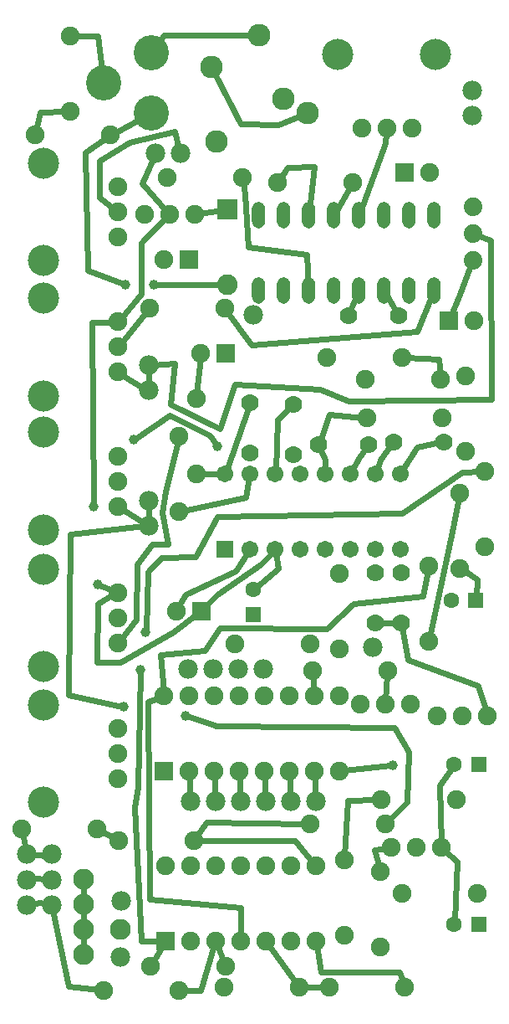
<source format=gbl>
G04 MADE WITH FRITZING*
G04 WWW.FRITZING.ORG*
G04 DOUBLE SIDED*
G04 HOLES PLATED*
G04 CONTOUR ON CENTER OF CONTOUR VECTOR*
%ASAXBY*%
%FSLAX23Y23*%
%MOIN*%
%OFA0B0*%
%SFA1.0B1.0*%
%ADD10C,0.039370*%
%ADD11C,0.067559*%
%ADD12C,0.082000*%
%ADD13C,0.075000*%
%ADD14C,0.062992*%
%ADD15C,0.074000*%
%ADD16C,0.140000*%
%ADD17C,0.090020*%
%ADD18C,0.052000*%
%ADD19C,0.078000*%
%ADD20C,0.083307*%
%ADD21C,0.074667*%
%ADD22C,0.074695*%
%ADD23C,0.124033*%
%ADD24C,0.070000*%
%ADD25R,0.067559X0.067559*%
%ADD26R,0.082000X0.082000*%
%ADD27R,0.075000X0.075000*%
%ADD28R,0.062992X0.062992*%
%ADD29C,0.024000*%
%ADD30R,0.001000X0.001000*%
%LNCOPPER0*%
G90*
G70*
G54D10*
X591Y2856D03*
X477Y2856D03*
X349Y1972D03*
X366Y1663D03*
X715Y1141D03*
X471Y1176D03*
X1542Y945D03*
X842Y2212D03*
X509Y2241D03*
X535Y1323D03*
X557Y1475D03*
G54D11*
X874Y1804D03*
X874Y2104D03*
X974Y1804D03*
X974Y2104D03*
X1074Y1804D03*
X1074Y2104D03*
X1174Y1804D03*
X1174Y2104D03*
X1274Y1804D03*
X1274Y2104D03*
X1374Y1804D03*
X1374Y2104D03*
X1474Y1804D03*
X1474Y2104D03*
X1574Y1804D03*
X1574Y2104D03*
G54D12*
X884Y3156D03*
X884Y2858D03*
G54D13*
X1329Y1408D03*
X1329Y1708D03*
X635Y243D03*
X735Y243D03*
X835Y243D03*
X935Y243D03*
X1035Y243D03*
X1135Y243D03*
X1235Y243D03*
X1235Y543D03*
X1135Y543D03*
X1035Y543D03*
X935Y543D03*
X835Y543D03*
X735Y543D03*
X635Y543D03*
X1767Y2713D03*
X1867Y2713D03*
X1590Y3303D03*
X1690Y3303D03*
X728Y2956D03*
X628Y2956D03*
X778Y1557D03*
X678Y1557D03*
G54D14*
X1874Y1601D03*
X1776Y1601D03*
X986Y1544D03*
X986Y1642D03*
X1885Y948D03*
X1787Y948D03*
X1885Y310D03*
X1787Y310D03*
G54D15*
X1862Y3166D03*
X1862Y3059D03*
X1862Y2952D03*
G54D13*
X1920Y1140D03*
X1820Y1140D03*
X1720Y1140D03*
X753Y3138D03*
X653Y3138D03*
X553Y3138D03*
X1613Y1186D03*
X1513Y1186D03*
X1413Y1186D03*
X1737Y617D03*
X1637Y617D03*
X1537Y617D03*
G54D16*
X581Y3539D03*
X581Y3779D03*
X391Y3659D03*
G54D17*
X1204Y3541D03*
X1105Y3596D03*
X839Y3427D03*
X819Y3722D03*
X1011Y3850D03*
G54D13*
X1082Y3262D03*
X1382Y3262D03*
X913Y1426D03*
X1213Y1426D03*
X642Y3283D03*
X942Y3283D03*
X1512Y709D03*
X1212Y709D03*
X1440Y2326D03*
X1740Y2326D03*
X1434Y2481D03*
X1734Y2481D03*
X1278Y2568D03*
X1578Y2568D03*
X758Y2105D03*
X758Y2405D03*
X689Y1952D03*
X689Y2252D03*
X873Y2762D03*
X573Y2762D03*
G54D18*
X1007Y2833D03*
X1107Y2833D03*
X1207Y2833D03*
X1307Y2833D03*
X1407Y2833D03*
X1507Y2833D03*
X1607Y2833D03*
X1707Y2833D03*
X1707Y3133D03*
X1607Y3133D03*
X1507Y3133D03*
X1407Y3133D03*
X1307Y3133D03*
X1207Y3133D03*
X1107Y3133D03*
X1007Y3133D03*
G54D19*
X727Y1328D03*
X827Y1328D03*
X927Y1328D03*
X1027Y1328D03*
G54D20*
X311Y491D03*
X311Y391D03*
X311Y291D03*
X311Y191D03*
G54D19*
X735Y800D03*
X835Y800D03*
X935Y800D03*
X1035Y800D03*
X1135Y800D03*
X1235Y800D03*
X695Y3380D03*
X595Y3380D03*
X1859Y3531D03*
X1859Y3631D03*
X568Y1898D03*
X568Y1998D03*
X82Y387D03*
X182Y387D03*
X82Y486D03*
X182Y486D03*
X986Y2736D03*
X1464Y1412D03*
X83Y590D03*
X183Y590D03*
X455Y179D03*
X458Y403D03*
G54D20*
X457Y291D03*
G54D19*
X568Y2436D03*
X568Y2536D03*
G54D13*
X631Y920D03*
X631Y1220D03*
X731Y920D03*
X731Y1220D03*
X831Y920D03*
X831Y1220D03*
X931Y920D03*
X931Y1220D03*
X1031Y920D03*
X1031Y1220D03*
X1131Y920D03*
X1131Y1220D03*
X1231Y920D03*
X1231Y1220D03*
X1331Y920D03*
X1331Y1220D03*
G54D21*
X446Y890D03*
X446Y990D03*
G54D22*
X446Y1090D03*
G54D23*
X150Y796D03*
X150Y1185D03*
G54D21*
X445Y1431D03*
X445Y1531D03*
G54D22*
X445Y1631D03*
G54D23*
X150Y1337D03*
X150Y1725D03*
G54D21*
X445Y2509D03*
X445Y2609D03*
G54D22*
X445Y2709D03*
G54D23*
X150Y2415D03*
X150Y2803D03*
G54D21*
X446Y3047D03*
X446Y3147D03*
G54D22*
X446Y3247D03*
G54D23*
X150Y2953D03*
X150Y3341D03*
G54D21*
X445Y1975D03*
X445Y2075D03*
G54D22*
X445Y2175D03*
G54D23*
X150Y1881D03*
X150Y2269D03*
G54D13*
X417Y3452D03*
X117Y3452D03*
X256Y3846D03*
X256Y3546D03*
X876Y2585D03*
X776Y2585D03*
X1833Y2494D03*
X1833Y2194D03*
X1911Y1813D03*
X1911Y2113D03*
X1811Y1728D03*
X1811Y2028D03*
X1687Y1438D03*
X1687Y1738D03*
X1795Y806D03*
X1495Y806D03*
X1522Y1321D03*
X1222Y1321D03*
X1348Y266D03*
X1348Y566D03*
X1879Y434D03*
X1579Y434D03*
X1492Y219D03*
X1492Y519D03*
X690Y48D03*
X390Y48D03*
X577Y145D03*
X877Y145D03*
X868Y59D03*
X1168Y59D03*
X1291Y59D03*
X1591Y59D03*
X62Y690D03*
X362Y690D03*
X750Y645D03*
X450Y645D03*
G54D24*
X973Y2388D03*
X973Y2188D03*
X1146Y2381D03*
X1146Y2181D03*
X1246Y2219D03*
X1446Y2219D03*
X1545Y2231D03*
X1745Y2231D03*
X1473Y1710D03*
X1473Y1510D03*
X1576Y1709D03*
X1576Y1509D03*
X1366Y2732D03*
X1566Y2732D03*
G54D21*
X1419Y3480D03*
X1519Y3480D03*
G54D22*
X1619Y3480D03*
G54D23*
X1324Y3775D03*
X1713Y3775D03*
G54D25*
X874Y1804D03*
G54D26*
X884Y3157D03*
G54D27*
X635Y243D03*
X1767Y2713D03*
X1590Y3303D03*
X728Y2956D03*
X778Y1557D03*
G54D28*
X1874Y1601D03*
X986Y1544D03*
X1885Y948D03*
X1885Y310D03*
G54D27*
X631Y920D03*
X876Y2585D03*
G54D29*
X1727Y2559D02*
X1596Y2567D01*
D02*
X1732Y2498D02*
X1727Y2559D01*
D02*
X1291Y2339D02*
X1252Y2233D01*
D02*
X1423Y2328D02*
X1291Y2339D01*
D02*
X1366Y2394D02*
X1937Y2399D01*
D02*
X1937Y2399D02*
X1933Y3034D01*
D02*
X1253Y2441D02*
X1366Y2394D01*
D02*
X1933Y3034D02*
X1881Y3053D01*
D02*
X854Y2285D02*
X913Y2461D01*
D02*
X913Y2461D02*
X1253Y2441D01*
D02*
X657Y2381D02*
X854Y2285D01*
D02*
X672Y2544D02*
X657Y2381D01*
D02*
X587Y2537D02*
X672Y2544D01*
D02*
X424Y2708D02*
X344Y2707D01*
D02*
X374Y1660D02*
X426Y1639D01*
D02*
X344Y2707D02*
X348Y1980D01*
D02*
X1385Y1586D02*
X1280Y1486D01*
D02*
X1280Y1486D02*
X852Y1490D01*
D02*
X793Y1399D02*
X615Y1383D01*
D02*
X852Y1490D02*
X793Y1399D01*
D02*
X1662Y1616D02*
X1385Y1586D01*
D02*
X615Y1383D02*
X630Y1237D01*
D02*
X1684Y1721D02*
X1662Y1616D01*
D02*
X844Y1623D02*
X791Y1569D01*
D02*
X1065Y1794D02*
X1017Y1742D01*
D02*
X1017Y1742D02*
X844Y1623D01*
D02*
X717Y1625D02*
X915Y1718D01*
D02*
X687Y1572D02*
X717Y1625D01*
D02*
X915Y1718D02*
X966Y1793D01*
D02*
X1086Y1728D02*
X998Y1653D01*
D02*
X1076Y1791D02*
X1086Y1728D01*
D02*
X1488Y1510D02*
X1561Y1510D01*
D02*
X706Y1956D02*
X956Y2009D01*
D02*
X956Y2009D02*
X971Y2091D01*
D02*
X860Y2104D02*
X776Y2105D01*
D02*
X1602Y1365D02*
X1883Y1259D01*
D02*
X1883Y1259D02*
X1915Y1156D01*
D02*
X1579Y1495D02*
X1602Y1365D01*
D02*
X674Y3466D02*
X691Y3398D01*
D02*
X493Y3423D02*
X674Y3466D01*
D02*
X372Y3351D02*
X493Y3423D01*
D02*
X373Y3203D02*
X372Y3351D01*
D02*
X429Y3159D02*
X373Y3203D01*
D02*
X544Y3261D02*
X588Y3362D01*
D02*
X641Y3151D02*
X544Y3261D01*
D02*
X863Y3153D02*
X770Y3141D01*
D02*
X1607Y998D02*
X1600Y798D01*
D02*
X1600Y798D02*
X1524Y721D01*
D02*
X723Y1139D02*
X839Y1101D01*
D02*
X1550Y1094D02*
X1607Y998D01*
D02*
X839Y1101D02*
X1550Y1094D01*
D02*
X250Y1223D02*
X463Y1178D01*
D02*
X256Y1864D02*
X250Y1223D01*
D02*
X549Y1896D02*
X256Y1864D01*
D02*
X814Y2256D02*
X838Y2219D01*
D02*
X652Y2338D02*
X814Y2256D01*
D02*
X515Y2245D02*
X652Y2338D01*
D02*
X760Y2422D02*
X775Y2567D01*
D02*
X631Y3851D02*
X610Y3820D01*
D02*
X981Y3851D02*
X631Y3851D01*
D02*
X520Y1523D02*
X458Y1447D01*
D02*
X522Y1742D02*
X520Y1523D01*
D02*
X647Y1822D02*
X583Y1822D01*
D02*
X583Y1822D02*
X522Y1742D01*
D02*
X622Y1951D02*
X647Y1822D01*
D02*
X636Y2033D02*
X622Y1951D01*
D02*
X685Y2235D02*
X636Y2033D01*
D02*
X1364Y803D02*
X1477Y806D01*
D02*
X1349Y583D02*
X1364Y803D01*
D02*
X1805Y2811D02*
X1773Y2730D01*
D02*
X1854Y2934D02*
X1805Y2811D01*
D02*
X137Y3544D02*
X121Y3469D01*
D02*
X239Y3546D02*
X137Y3544D01*
D02*
X365Y3846D02*
X384Y3709D01*
D02*
X274Y3846D02*
X365Y3846D01*
D02*
X306Y499D02*
X310Y413D01*
D02*
X306Y499D02*
X306Y499D01*
D02*
X309Y388D02*
X311Y313D01*
D02*
X309Y388D02*
X309Y388D01*
D02*
X309Y296D02*
X311Y213D01*
D02*
X309Y296D02*
X309Y296D01*
D02*
X539Y2722D02*
X458Y2625D01*
D02*
X561Y2748D02*
X539Y2722D01*
D02*
X800Y716D02*
X760Y659D01*
D02*
X1194Y709D02*
X800Y716D01*
D02*
X1731Y863D02*
X1778Y935D01*
D02*
X1736Y634D02*
X1731Y863D01*
D02*
X1800Y559D02*
X1750Y605D01*
D02*
X1788Y326D02*
X1800Y559D01*
D02*
X935Y376D02*
X935Y260D01*
D02*
X574Y411D02*
X935Y376D01*
D02*
X567Y1198D02*
X574Y411D01*
D02*
X615Y1214D02*
X567Y1198D01*
D02*
X1534Y944D02*
X1349Y922D01*
D02*
X1471Y608D02*
X1488Y536D01*
D02*
X1519Y614D02*
X1471Y608D01*
D02*
X1152Y645D02*
X767Y645D01*
D02*
X1224Y556D02*
X1152Y645D01*
D02*
X965Y3007D02*
X954Y3216D01*
D02*
X954Y3216D02*
X945Y3266D01*
D02*
X1199Y2978D02*
X965Y3007D01*
D02*
X1206Y2849D02*
X1199Y2978D01*
D02*
X968Y2374D02*
X879Y2117D01*
D02*
X1082Y2319D02*
X1135Y2371D01*
D02*
X1075Y2118D02*
X1082Y2319D01*
D02*
X1274Y2161D02*
X1274Y2118D01*
D02*
X1253Y2205D02*
X1274Y2161D01*
D02*
X540Y2819D02*
X541Y3023D01*
D02*
X541Y3023D02*
X641Y3126D01*
D02*
X459Y2724D02*
X540Y2819D01*
D02*
X513Y778D02*
X526Y856D01*
D02*
X526Y856D02*
X535Y1315D01*
D02*
X538Y245D02*
X513Y778D01*
D02*
X558Y1483D02*
X567Y1712D01*
D02*
X620Y1770D02*
X756Y1773D01*
D02*
X567Y1712D02*
X620Y1770D01*
D02*
X618Y243D02*
X538Y245D01*
D02*
X756Y1773D02*
X843Y1932D01*
D02*
X1581Y1946D02*
X1819Y2111D01*
D02*
X843Y1932D02*
X1581Y1946D01*
D02*
X1819Y2111D02*
X1894Y2113D01*
D02*
X362Y1352D02*
X457Y1354D01*
D02*
X365Y1588D02*
X362Y1352D01*
D02*
X666Y1474D02*
X764Y1547D01*
D02*
X457Y1354D02*
X666Y1474D01*
D02*
X427Y1622D02*
X365Y1588D01*
D02*
X599Y2857D02*
X863Y2858D01*
D02*
X326Y2914D02*
X470Y2859D01*
D02*
X317Y3383D02*
X326Y2914D01*
D02*
X403Y3442D02*
X317Y3383D01*
D02*
X1410Y2170D02*
X1381Y2116D01*
D02*
X1437Y2207D02*
X1410Y2170D01*
D02*
X1494Y2159D02*
X1479Y2117D01*
D02*
X1537Y2219D02*
X1494Y2159D01*
D02*
X1782Y1890D02*
X1691Y1455D01*
D02*
X1807Y2011D02*
X1782Y1890D01*
D02*
X1880Y1684D02*
X1826Y1719D01*
D02*
X1875Y1617D02*
X1880Y1684D01*
D02*
X1581Y2116D02*
X1638Y2211D01*
D02*
X1638Y2211D02*
X1731Y2229D01*
D02*
X883Y2748D02*
X980Y2616D01*
D02*
X980Y2616D02*
X1640Y2670D01*
D02*
X1640Y2670D02*
X1701Y2818D01*
D02*
X1571Y121D02*
X1586Y76D01*
D02*
X1255Y121D02*
X1571Y121D01*
D02*
X1238Y226D02*
X1255Y121D01*
D02*
X537Y3516D02*
X433Y3460D01*
D02*
X135Y396D02*
X101Y390D01*
D02*
X163Y390D02*
X135Y396D01*
D02*
X250Y64D02*
X186Y368D01*
D02*
X373Y50D02*
X250Y64D01*
D02*
X775Y46D02*
X707Y48D01*
D02*
X830Y226D02*
X775Y46D01*
D02*
X870Y161D02*
X842Y227D01*
D02*
X1046Y229D02*
X1158Y74D01*
D02*
X434Y653D02*
X377Y682D01*
D02*
X65Y673D02*
X79Y608D01*
D02*
X157Y585D02*
X102Y589D01*
D02*
X164Y586D02*
X157Y585D01*
D02*
X128Y492D02*
X100Y489D01*
D02*
X163Y488D02*
X128Y492D01*
D02*
X626Y228D02*
X586Y160D01*
D02*
X1274Y59D02*
X1186Y59D01*
D02*
X1224Y1304D02*
X1230Y1237D01*
D02*
X1230Y3328D02*
X1208Y3149D01*
D02*
X1124Y3325D02*
X1230Y3328D01*
D02*
X1092Y3276D02*
X1124Y3325D01*
D02*
X1515Y2819D02*
X1558Y2745D01*
D02*
X1514Y1203D02*
X1521Y1304D01*
D02*
X734Y819D02*
X732Y902D01*
D02*
X1234Y819D02*
X1232Y902D01*
D02*
X834Y819D02*
X832Y902D01*
D02*
X1371Y2746D02*
X1401Y2818D01*
D02*
X568Y2517D02*
X568Y2455D01*
D02*
X1034Y819D02*
X1032Y902D01*
D02*
X568Y1917D02*
X568Y1979D01*
D02*
X1132Y902D02*
X1134Y819D01*
D02*
X932Y902D02*
X934Y819D01*
D02*
X1412Y3148D02*
X1513Y3420D01*
D02*
X1513Y3420D02*
X1517Y3459D01*
D02*
X463Y1964D02*
X552Y1908D01*
D02*
X1373Y3246D02*
X1315Y3147D01*
D02*
X463Y2498D02*
X551Y2445D01*
D02*
X1085Y3494D02*
X935Y3496D01*
D02*
X935Y3496D02*
X832Y3696D01*
D02*
X1176Y3530D02*
X1085Y3494D01*
G54D30*
X1002Y3185D02*
X1012Y3185D01*
X1102Y3185D02*
X1112Y3185D01*
X1202Y3185D02*
X1212Y3185D01*
X1302Y3185D02*
X1312Y3185D01*
X1402Y3185D02*
X1412Y3185D01*
X1502Y3185D02*
X1512Y3185D01*
X1602Y3185D02*
X1612Y3185D01*
X1702Y3185D02*
X1712Y3185D01*
X999Y3184D02*
X1015Y3184D01*
X1098Y3184D02*
X1115Y3184D01*
X1198Y3184D02*
X1215Y3184D01*
X1298Y3184D02*
X1315Y3184D01*
X1398Y3184D02*
X1415Y3184D01*
X1498Y3184D02*
X1515Y3184D01*
X1598Y3184D02*
X1615Y3184D01*
X1698Y3184D02*
X1715Y3184D01*
X996Y3183D02*
X1017Y3183D01*
X1096Y3183D02*
X1117Y3183D01*
X1196Y3183D02*
X1217Y3183D01*
X1296Y3183D02*
X1317Y3183D01*
X1396Y3183D02*
X1417Y3183D01*
X1496Y3183D02*
X1517Y3183D01*
X1596Y3183D02*
X1617Y3183D01*
X1696Y3183D02*
X1717Y3183D01*
X994Y3182D02*
X1019Y3182D01*
X1094Y3182D02*
X1119Y3182D01*
X1194Y3182D02*
X1219Y3182D01*
X1294Y3182D02*
X1319Y3182D01*
X1394Y3182D02*
X1419Y3182D01*
X1494Y3182D02*
X1519Y3182D01*
X1594Y3182D02*
X1619Y3182D01*
X1694Y3182D02*
X1719Y3182D01*
X993Y3181D02*
X1021Y3181D01*
X1093Y3181D02*
X1121Y3181D01*
X1193Y3181D02*
X1221Y3181D01*
X1293Y3181D02*
X1321Y3181D01*
X1393Y3181D02*
X1421Y3181D01*
X1493Y3181D02*
X1521Y3181D01*
X1593Y3181D02*
X1621Y3181D01*
X1692Y3181D02*
X1721Y3181D01*
X991Y3180D02*
X1022Y3180D01*
X1091Y3180D02*
X1122Y3180D01*
X1191Y3180D02*
X1222Y3180D01*
X1291Y3180D02*
X1322Y3180D01*
X1391Y3180D02*
X1422Y3180D01*
X1491Y3180D02*
X1522Y3180D01*
X1591Y3180D02*
X1622Y3180D01*
X1691Y3180D02*
X1722Y3180D01*
X990Y3179D02*
X1023Y3179D01*
X1090Y3179D02*
X1123Y3179D01*
X1190Y3179D02*
X1223Y3179D01*
X1290Y3179D02*
X1323Y3179D01*
X1390Y3179D02*
X1423Y3179D01*
X1490Y3179D02*
X1523Y3179D01*
X1590Y3179D02*
X1623Y3179D01*
X1690Y3179D02*
X1723Y3179D01*
X989Y3178D02*
X1025Y3178D01*
X1089Y3178D02*
X1125Y3178D01*
X1189Y3178D02*
X1225Y3178D01*
X1289Y3178D02*
X1325Y3178D01*
X1389Y3178D02*
X1425Y3178D01*
X1489Y3178D02*
X1525Y3178D01*
X1589Y3178D02*
X1625Y3178D01*
X1689Y3178D02*
X1724Y3178D01*
X988Y3177D02*
X1026Y3177D01*
X1088Y3177D02*
X1126Y3177D01*
X1188Y3177D02*
X1225Y3177D01*
X1288Y3177D02*
X1325Y3177D01*
X1388Y3177D02*
X1425Y3177D01*
X1488Y3177D02*
X1525Y3177D01*
X1588Y3177D02*
X1625Y3177D01*
X1688Y3177D02*
X1725Y3177D01*
X987Y3176D02*
X1026Y3176D01*
X1087Y3176D02*
X1126Y3176D01*
X1187Y3176D02*
X1226Y3176D01*
X1287Y3176D02*
X1326Y3176D01*
X1387Y3176D02*
X1426Y3176D01*
X1487Y3176D02*
X1526Y3176D01*
X1587Y3176D02*
X1626Y3176D01*
X1687Y3176D02*
X1726Y3176D01*
X987Y3175D02*
X1027Y3175D01*
X1087Y3175D02*
X1127Y3175D01*
X1186Y3175D02*
X1227Y3175D01*
X1286Y3175D02*
X1327Y3175D01*
X1386Y3175D02*
X1427Y3175D01*
X1486Y3175D02*
X1527Y3175D01*
X1586Y3175D02*
X1627Y3175D01*
X1686Y3175D02*
X1727Y3175D01*
X986Y3174D02*
X1028Y3174D01*
X1086Y3174D02*
X1128Y3174D01*
X1186Y3174D02*
X1228Y3174D01*
X1286Y3174D02*
X1328Y3174D01*
X1386Y3174D02*
X1428Y3174D01*
X1486Y3174D02*
X1528Y3174D01*
X1586Y3174D02*
X1628Y3174D01*
X1686Y3174D02*
X1728Y3174D01*
X985Y3173D02*
X1029Y3173D01*
X1085Y3173D02*
X1128Y3173D01*
X1185Y3173D02*
X1228Y3173D01*
X1285Y3173D02*
X1328Y3173D01*
X1385Y3173D02*
X1428Y3173D01*
X1485Y3173D02*
X1528Y3173D01*
X1585Y3173D02*
X1628Y3173D01*
X1685Y3173D02*
X1728Y3173D01*
X985Y3172D02*
X1029Y3172D01*
X1085Y3172D02*
X1129Y3172D01*
X1185Y3172D02*
X1229Y3172D01*
X1285Y3172D02*
X1329Y3172D01*
X1385Y3172D02*
X1429Y3172D01*
X1485Y3172D02*
X1529Y3172D01*
X1585Y3172D02*
X1629Y3172D01*
X1684Y3172D02*
X1729Y3172D01*
X984Y3171D02*
X1030Y3171D01*
X1084Y3171D02*
X1130Y3171D01*
X1184Y3171D02*
X1230Y3171D01*
X1284Y3171D02*
X1330Y3171D01*
X1384Y3171D02*
X1430Y3171D01*
X1484Y3171D02*
X1529Y3171D01*
X1584Y3171D02*
X1629Y3171D01*
X1684Y3171D02*
X1729Y3171D01*
X984Y3170D02*
X1030Y3170D01*
X1084Y3170D02*
X1130Y3170D01*
X1184Y3170D02*
X1230Y3170D01*
X1283Y3170D02*
X1330Y3170D01*
X1383Y3170D02*
X1430Y3170D01*
X1483Y3170D02*
X1530Y3170D01*
X1583Y3170D02*
X1630Y3170D01*
X1683Y3170D02*
X1730Y3170D01*
X983Y3169D02*
X1031Y3169D01*
X1083Y3169D02*
X1131Y3169D01*
X1183Y3169D02*
X1231Y3169D01*
X1283Y3169D02*
X1330Y3169D01*
X1383Y3169D02*
X1430Y3169D01*
X1483Y3169D02*
X1530Y3169D01*
X1583Y3169D02*
X1630Y3169D01*
X1683Y3169D02*
X1730Y3169D01*
X983Y3168D02*
X1031Y3168D01*
X1083Y3168D02*
X1131Y3168D01*
X1183Y3168D02*
X1231Y3168D01*
X1283Y3168D02*
X1331Y3168D01*
X1383Y3168D02*
X1431Y3168D01*
X1483Y3168D02*
X1531Y3168D01*
X1583Y3168D02*
X1631Y3168D01*
X1683Y3168D02*
X1731Y3168D01*
X982Y3167D02*
X1031Y3167D01*
X1082Y3167D02*
X1131Y3167D01*
X1182Y3167D02*
X1231Y3167D01*
X1282Y3167D02*
X1331Y3167D01*
X1382Y3167D02*
X1431Y3167D01*
X1482Y3167D02*
X1531Y3167D01*
X1582Y3167D02*
X1631Y3167D01*
X1682Y3167D02*
X1731Y3167D01*
X982Y3166D02*
X1032Y3166D01*
X1082Y3166D02*
X1131Y3166D01*
X1182Y3166D02*
X1231Y3166D01*
X1282Y3166D02*
X1331Y3166D01*
X1382Y3166D02*
X1431Y3166D01*
X1482Y3166D02*
X1531Y3166D01*
X1582Y3166D02*
X1631Y3166D01*
X1682Y3166D02*
X1731Y3166D01*
X982Y3165D02*
X1032Y3165D01*
X1082Y3165D02*
X1132Y3165D01*
X1182Y3165D02*
X1232Y3165D01*
X1282Y3165D02*
X1332Y3165D01*
X1382Y3165D02*
X1432Y3165D01*
X1482Y3165D02*
X1532Y3165D01*
X1582Y3165D02*
X1632Y3165D01*
X1682Y3165D02*
X1732Y3165D01*
X982Y3164D02*
X1032Y3164D01*
X1082Y3164D02*
X1132Y3164D01*
X1182Y3164D02*
X1232Y3164D01*
X1282Y3164D02*
X1332Y3164D01*
X1382Y3164D02*
X1432Y3164D01*
X1482Y3164D02*
X1532Y3164D01*
X1582Y3164D02*
X1632Y3164D01*
X1682Y3164D02*
X1732Y3164D01*
X982Y3163D02*
X1032Y3163D01*
X1082Y3163D02*
X1132Y3163D01*
X1182Y3163D02*
X1232Y3163D01*
X1282Y3163D02*
X1332Y3163D01*
X1382Y3163D02*
X1432Y3163D01*
X1481Y3163D02*
X1532Y3163D01*
X1581Y3163D02*
X1632Y3163D01*
X1681Y3163D02*
X1732Y3163D01*
X981Y3162D02*
X1032Y3162D01*
X1081Y3162D02*
X1132Y3162D01*
X1181Y3162D02*
X1232Y3162D01*
X1281Y3162D02*
X1332Y3162D01*
X1381Y3162D02*
X1432Y3162D01*
X1481Y3162D02*
X1532Y3162D01*
X1581Y3162D02*
X1632Y3162D01*
X1681Y3162D02*
X1732Y3162D01*
X981Y3161D02*
X1032Y3161D01*
X1081Y3161D02*
X1132Y3161D01*
X1181Y3161D02*
X1232Y3161D01*
X1281Y3161D02*
X1332Y3161D01*
X1381Y3161D02*
X1432Y3161D01*
X1481Y3161D02*
X1532Y3161D01*
X1581Y3161D02*
X1632Y3161D01*
X1681Y3161D02*
X1732Y3161D01*
X981Y3160D02*
X1032Y3160D01*
X1081Y3160D02*
X1132Y3160D01*
X1181Y3160D02*
X1232Y3160D01*
X1281Y3160D02*
X1332Y3160D01*
X1381Y3160D02*
X1432Y3160D01*
X1481Y3160D02*
X1532Y3160D01*
X1581Y3160D02*
X1632Y3160D01*
X1681Y3160D02*
X1732Y3160D01*
X981Y3159D02*
X1032Y3159D01*
X1081Y3159D02*
X1132Y3159D01*
X1181Y3159D02*
X1232Y3159D01*
X1281Y3159D02*
X1332Y3159D01*
X1381Y3159D02*
X1432Y3159D01*
X1481Y3159D02*
X1532Y3159D01*
X1581Y3159D02*
X1632Y3159D01*
X1681Y3159D02*
X1732Y3159D01*
X981Y3158D02*
X1032Y3158D01*
X1081Y3158D02*
X1132Y3158D01*
X1181Y3158D02*
X1232Y3158D01*
X1281Y3158D02*
X1332Y3158D01*
X1381Y3158D02*
X1432Y3158D01*
X1481Y3158D02*
X1532Y3158D01*
X1581Y3158D02*
X1632Y3158D01*
X1681Y3158D02*
X1732Y3158D01*
X981Y3157D02*
X1032Y3157D01*
X1081Y3157D02*
X1132Y3157D01*
X1181Y3157D02*
X1232Y3157D01*
X1281Y3157D02*
X1332Y3157D01*
X1381Y3157D02*
X1432Y3157D01*
X1481Y3157D02*
X1532Y3157D01*
X1581Y3157D02*
X1632Y3157D01*
X1681Y3157D02*
X1732Y3157D01*
X981Y3156D02*
X1032Y3156D01*
X1081Y3156D02*
X1132Y3156D01*
X1181Y3156D02*
X1232Y3156D01*
X1281Y3156D02*
X1332Y3156D01*
X1381Y3156D02*
X1432Y3156D01*
X1481Y3156D02*
X1532Y3156D01*
X1581Y3156D02*
X1632Y3156D01*
X1681Y3156D02*
X1732Y3156D01*
X981Y3155D02*
X1032Y3155D01*
X1081Y3155D02*
X1132Y3155D01*
X1181Y3155D02*
X1232Y3155D01*
X1281Y3155D02*
X1332Y3155D01*
X1381Y3155D02*
X1432Y3155D01*
X1481Y3155D02*
X1532Y3155D01*
X1581Y3155D02*
X1632Y3155D01*
X1681Y3155D02*
X1732Y3155D01*
X981Y3154D02*
X1032Y3154D01*
X1081Y3154D02*
X1132Y3154D01*
X1181Y3154D02*
X1232Y3154D01*
X1281Y3154D02*
X1332Y3154D01*
X1381Y3154D02*
X1432Y3154D01*
X1481Y3154D02*
X1532Y3154D01*
X1581Y3154D02*
X1632Y3154D01*
X1681Y3154D02*
X1732Y3154D01*
X981Y3153D02*
X1032Y3153D01*
X1081Y3153D02*
X1132Y3153D01*
X1181Y3153D02*
X1232Y3153D01*
X1281Y3153D02*
X1332Y3153D01*
X1381Y3153D02*
X1432Y3153D01*
X1481Y3153D02*
X1532Y3153D01*
X1581Y3153D02*
X1632Y3153D01*
X1681Y3153D02*
X1732Y3153D01*
X981Y3152D02*
X1032Y3152D01*
X1081Y3152D02*
X1132Y3152D01*
X1181Y3152D02*
X1232Y3152D01*
X1281Y3152D02*
X1332Y3152D01*
X1381Y3152D02*
X1432Y3152D01*
X1481Y3152D02*
X1532Y3152D01*
X1581Y3152D02*
X1632Y3152D01*
X1681Y3152D02*
X1732Y3152D01*
X981Y3151D02*
X1032Y3151D01*
X1081Y3151D02*
X1132Y3151D01*
X1181Y3151D02*
X1232Y3151D01*
X1281Y3151D02*
X1332Y3151D01*
X1381Y3151D02*
X1432Y3151D01*
X1481Y3151D02*
X1532Y3151D01*
X1581Y3151D02*
X1632Y3151D01*
X1681Y3151D02*
X1732Y3151D01*
X981Y3150D02*
X1032Y3150D01*
X1081Y3150D02*
X1132Y3150D01*
X1181Y3150D02*
X1232Y3150D01*
X1281Y3150D02*
X1332Y3150D01*
X1381Y3150D02*
X1432Y3150D01*
X1481Y3150D02*
X1532Y3150D01*
X1581Y3150D02*
X1632Y3150D01*
X1681Y3150D02*
X1732Y3150D01*
X981Y3149D02*
X1002Y3149D01*
X1011Y3149D02*
X1032Y3149D01*
X1081Y3149D02*
X1102Y3149D01*
X1111Y3149D02*
X1132Y3149D01*
X1181Y3149D02*
X1202Y3149D01*
X1211Y3149D02*
X1232Y3149D01*
X1281Y3149D02*
X1302Y3149D01*
X1311Y3149D02*
X1332Y3149D01*
X1381Y3149D02*
X1402Y3149D01*
X1411Y3149D02*
X1432Y3149D01*
X1481Y3149D02*
X1502Y3149D01*
X1511Y3149D02*
X1532Y3149D01*
X1581Y3149D02*
X1602Y3149D01*
X1611Y3149D02*
X1632Y3149D01*
X1681Y3149D02*
X1702Y3149D01*
X1711Y3149D02*
X1732Y3149D01*
X981Y3148D02*
X1000Y3148D01*
X1014Y3148D02*
X1032Y3148D01*
X1081Y3148D02*
X1100Y3148D01*
X1114Y3148D02*
X1132Y3148D01*
X1181Y3148D02*
X1199Y3148D01*
X1214Y3148D02*
X1232Y3148D01*
X1281Y3148D02*
X1299Y3148D01*
X1314Y3148D02*
X1332Y3148D01*
X1381Y3148D02*
X1399Y3148D01*
X1414Y3148D02*
X1432Y3148D01*
X1481Y3148D02*
X1499Y3148D01*
X1514Y3148D02*
X1532Y3148D01*
X1581Y3148D02*
X1599Y3148D01*
X1614Y3148D02*
X1632Y3148D01*
X1681Y3148D02*
X1699Y3148D01*
X1714Y3148D02*
X1732Y3148D01*
X981Y3147D02*
X998Y3147D01*
X1016Y3147D02*
X1032Y3147D01*
X1081Y3147D02*
X1098Y3147D01*
X1116Y3147D02*
X1132Y3147D01*
X1181Y3147D02*
X1198Y3147D01*
X1216Y3147D02*
X1232Y3147D01*
X1281Y3147D02*
X1298Y3147D01*
X1316Y3147D02*
X1332Y3147D01*
X1381Y3147D02*
X1398Y3147D01*
X1416Y3147D02*
X1432Y3147D01*
X1481Y3147D02*
X1498Y3147D01*
X1516Y3147D02*
X1532Y3147D01*
X1581Y3147D02*
X1598Y3147D01*
X1616Y3147D02*
X1632Y3147D01*
X1681Y3147D02*
X1698Y3147D01*
X1716Y3147D02*
X1732Y3147D01*
X981Y3146D02*
X996Y3146D01*
X1017Y3146D02*
X1032Y3146D01*
X1081Y3146D02*
X1096Y3146D01*
X1117Y3146D02*
X1132Y3146D01*
X1181Y3146D02*
X1196Y3146D01*
X1217Y3146D02*
X1232Y3146D01*
X1281Y3146D02*
X1296Y3146D01*
X1317Y3146D02*
X1332Y3146D01*
X1381Y3146D02*
X1396Y3146D01*
X1417Y3146D02*
X1432Y3146D01*
X1481Y3146D02*
X1496Y3146D01*
X1517Y3146D02*
X1532Y3146D01*
X1581Y3146D02*
X1596Y3146D01*
X1617Y3146D02*
X1632Y3146D01*
X1681Y3146D02*
X1696Y3146D01*
X1717Y3146D02*
X1732Y3146D01*
X981Y3145D02*
X995Y3145D01*
X1019Y3145D02*
X1032Y3145D01*
X1081Y3145D02*
X1095Y3145D01*
X1118Y3145D02*
X1132Y3145D01*
X1181Y3145D02*
X1195Y3145D01*
X1218Y3145D02*
X1232Y3145D01*
X1281Y3145D02*
X1295Y3145D01*
X1318Y3145D02*
X1332Y3145D01*
X1381Y3145D02*
X1395Y3145D01*
X1418Y3145D02*
X1432Y3145D01*
X1481Y3145D02*
X1495Y3145D01*
X1518Y3145D02*
X1532Y3145D01*
X1581Y3145D02*
X1595Y3145D01*
X1618Y3145D02*
X1632Y3145D01*
X1681Y3145D02*
X1695Y3145D01*
X1718Y3145D02*
X1732Y3145D01*
X981Y3144D02*
X994Y3144D01*
X1019Y3144D02*
X1032Y3144D01*
X1081Y3144D02*
X1094Y3144D01*
X1119Y3144D02*
X1132Y3144D01*
X1181Y3144D02*
X1194Y3144D01*
X1219Y3144D02*
X1232Y3144D01*
X1281Y3144D02*
X1294Y3144D01*
X1319Y3144D02*
X1332Y3144D01*
X1381Y3144D02*
X1394Y3144D01*
X1419Y3144D02*
X1432Y3144D01*
X1481Y3144D02*
X1494Y3144D01*
X1519Y3144D02*
X1532Y3144D01*
X1581Y3144D02*
X1594Y3144D01*
X1619Y3144D02*
X1632Y3144D01*
X1681Y3144D02*
X1694Y3144D01*
X1719Y3144D02*
X1732Y3144D01*
X981Y3143D02*
X993Y3143D01*
X1020Y3143D02*
X1032Y3143D01*
X1081Y3143D02*
X1093Y3143D01*
X1120Y3143D02*
X1132Y3143D01*
X1181Y3143D02*
X1193Y3143D01*
X1220Y3143D02*
X1232Y3143D01*
X1281Y3143D02*
X1293Y3143D01*
X1320Y3143D02*
X1332Y3143D01*
X1381Y3143D02*
X1393Y3143D01*
X1420Y3143D02*
X1432Y3143D01*
X1481Y3143D02*
X1493Y3143D01*
X1520Y3143D02*
X1532Y3143D01*
X1581Y3143D02*
X1593Y3143D01*
X1620Y3143D02*
X1632Y3143D01*
X1681Y3143D02*
X1693Y3143D01*
X1720Y3143D02*
X1732Y3143D01*
X981Y3142D02*
X993Y3142D01*
X1021Y3142D02*
X1032Y3142D01*
X1081Y3142D02*
X1093Y3142D01*
X1121Y3142D02*
X1132Y3142D01*
X1181Y3142D02*
X1193Y3142D01*
X1221Y3142D02*
X1232Y3142D01*
X1281Y3142D02*
X1293Y3142D01*
X1321Y3142D02*
X1332Y3142D01*
X1381Y3142D02*
X1393Y3142D01*
X1421Y3142D02*
X1432Y3142D01*
X1481Y3142D02*
X1493Y3142D01*
X1521Y3142D02*
X1532Y3142D01*
X1581Y3142D02*
X1593Y3142D01*
X1621Y3142D02*
X1632Y3142D01*
X1681Y3142D02*
X1693Y3142D01*
X1721Y3142D02*
X1732Y3142D01*
X981Y3141D02*
X992Y3141D01*
X1021Y3141D02*
X1032Y3141D01*
X1081Y3141D02*
X1092Y3141D01*
X1121Y3141D02*
X1132Y3141D01*
X1181Y3141D02*
X1192Y3141D01*
X1221Y3141D02*
X1232Y3141D01*
X1281Y3141D02*
X1292Y3141D01*
X1321Y3141D02*
X1332Y3141D01*
X1381Y3141D02*
X1392Y3141D01*
X1421Y3141D02*
X1432Y3141D01*
X1481Y3141D02*
X1492Y3141D01*
X1521Y3141D02*
X1532Y3141D01*
X1581Y3141D02*
X1592Y3141D01*
X1621Y3141D02*
X1632Y3141D01*
X1681Y3141D02*
X1692Y3141D01*
X1721Y3141D02*
X1732Y3141D01*
X981Y3140D02*
X992Y3140D01*
X1022Y3140D02*
X1032Y3140D01*
X1081Y3140D02*
X1092Y3140D01*
X1122Y3140D02*
X1132Y3140D01*
X1181Y3140D02*
X1192Y3140D01*
X1222Y3140D02*
X1232Y3140D01*
X1281Y3140D02*
X1292Y3140D01*
X1322Y3140D02*
X1332Y3140D01*
X1381Y3140D02*
X1392Y3140D01*
X1422Y3140D02*
X1432Y3140D01*
X1481Y3140D02*
X1492Y3140D01*
X1522Y3140D02*
X1532Y3140D01*
X1581Y3140D02*
X1592Y3140D01*
X1622Y3140D02*
X1632Y3140D01*
X1681Y3140D02*
X1692Y3140D01*
X1722Y3140D02*
X1732Y3140D01*
X981Y3139D02*
X991Y3139D01*
X1022Y3139D02*
X1032Y3139D01*
X1081Y3139D02*
X1091Y3139D01*
X1122Y3139D02*
X1132Y3139D01*
X1181Y3139D02*
X1191Y3139D01*
X1222Y3139D02*
X1232Y3139D01*
X1281Y3139D02*
X1291Y3139D01*
X1322Y3139D02*
X1332Y3139D01*
X1381Y3139D02*
X1391Y3139D01*
X1422Y3139D02*
X1432Y3139D01*
X1481Y3139D02*
X1491Y3139D01*
X1522Y3139D02*
X1532Y3139D01*
X1581Y3139D02*
X1591Y3139D01*
X1622Y3139D02*
X1632Y3139D01*
X1681Y3139D02*
X1691Y3139D01*
X1722Y3139D02*
X1732Y3139D01*
X981Y3138D02*
X991Y3138D01*
X1023Y3138D02*
X1032Y3138D01*
X1081Y3138D02*
X1091Y3138D01*
X1123Y3138D02*
X1132Y3138D01*
X1181Y3138D02*
X1191Y3138D01*
X1223Y3138D02*
X1232Y3138D01*
X1281Y3138D02*
X1291Y3138D01*
X1323Y3138D02*
X1332Y3138D01*
X1381Y3138D02*
X1391Y3138D01*
X1423Y3138D02*
X1432Y3138D01*
X1481Y3138D02*
X1491Y3138D01*
X1523Y3138D02*
X1532Y3138D01*
X1581Y3138D02*
X1591Y3138D01*
X1623Y3138D02*
X1632Y3138D01*
X1681Y3138D02*
X1691Y3138D01*
X1722Y3138D02*
X1732Y3138D01*
X981Y3137D02*
X991Y3137D01*
X1023Y3137D02*
X1032Y3137D01*
X1081Y3137D02*
X1091Y3137D01*
X1123Y3137D02*
X1132Y3137D01*
X1181Y3137D02*
X1191Y3137D01*
X1223Y3137D02*
X1232Y3137D01*
X1281Y3137D02*
X1291Y3137D01*
X1323Y3137D02*
X1332Y3137D01*
X1381Y3137D02*
X1391Y3137D01*
X1423Y3137D02*
X1432Y3137D01*
X1481Y3137D02*
X1491Y3137D01*
X1523Y3137D02*
X1532Y3137D01*
X1581Y3137D02*
X1591Y3137D01*
X1623Y3137D02*
X1632Y3137D01*
X1681Y3137D02*
X1691Y3137D01*
X1723Y3137D02*
X1732Y3137D01*
X981Y3136D02*
X991Y3136D01*
X1023Y3136D02*
X1032Y3136D01*
X1081Y3136D02*
X1091Y3136D01*
X1123Y3136D02*
X1132Y3136D01*
X1181Y3136D02*
X1191Y3136D01*
X1223Y3136D02*
X1232Y3136D01*
X1281Y3136D02*
X1291Y3136D01*
X1323Y3136D02*
X1332Y3136D01*
X1381Y3136D02*
X1391Y3136D01*
X1423Y3136D02*
X1432Y3136D01*
X1481Y3136D02*
X1490Y3136D01*
X1523Y3136D02*
X1532Y3136D01*
X1581Y3136D02*
X1590Y3136D01*
X1623Y3136D02*
X1632Y3136D01*
X1681Y3136D02*
X1690Y3136D01*
X1723Y3136D02*
X1732Y3136D01*
X981Y3135D02*
X991Y3135D01*
X1023Y3135D02*
X1032Y3135D01*
X1081Y3135D02*
X1090Y3135D01*
X1123Y3135D02*
X1132Y3135D01*
X1181Y3135D02*
X1190Y3135D01*
X1223Y3135D02*
X1232Y3135D01*
X1281Y3135D02*
X1290Y3135D01*
X1323Y3135D02*
X1332Y3135D01*
X1381Y3135D02*
X1390Y3135D01*
X1423Y3135D02*
X1432Y3135D01*
X1481Y3135D02*
X1490Y3135D01*
X1523Y3135D02*
X1532Y3135D01*
X1581Y3135D02*
X1590Y3135D01*
X1623Y3135D02*
X1632Y3135D01*
X1681Y3135D02*
X1690Y3135D01*
X1723Y3135D02*
X1732Y3135D01*
X981Y3134D02*
X990Y3134D01*
X1023Y3134D02*
X1032Y3134D01*
X1081Y3134D02*
X1090Y3134D01*
X1123Y3134D02*
X1132Y3134D01*
X1181Y3134D02*
X1190Y3134D01*
X1223Y3134D02*
X1232Y3134D01*
X1281Y3134D02*
X1290Y3134D01*
X1323Y3134D02*
X1332Y3134D01*
X1381Y3134D02*
X1390Y3134D01*
X1423Y3134D02*
X1432Y3134D01*
X1481Y3134D02*
X1490Y3134D01*
X1523Y3134D02*
X1532Y3134D01*
X1581Y3134D02*
X1590Y3134D01*
X1623Y3134D02*
X1632Y3134D01*
X1681Y3134D02*
X1690Y3134D01*
X1723Y3134D02*
X1732Y3134D01*
X981Y3133D02*
X990Y3133D01*
X1023Y3133D02*
X1032Y3133D01*
X1081Y3133D02*
X1090Y3133D01*
X1123Y3133D02*
X1132Y3133D01*
X1181Y3133D02*
X1190Y3133D01*
X1223Y3133D02*
X1232Y3133D01*
X1281Y3133D02*
X1290Y3133D01*
X1323Y3133D02*
X1332Y3133D01*
X1381Y3133D02*
X1390Y3133D01*
X1423Y3133D02*
X1432Y3133D01*
X1481Y3133D02*
X1490Y3133D01*
X1523Y3133D02*
X1532Y3133D01*
X1581Y3133D02*
X1590Y3133D01*
X1623Y3133D02*
X1632Y3133D01*
X1681Y3133D02*
X1690Y3133D01*
X1723Y3133D02*
X1732Y3133D01*
X981Y3132D02*
X991Y3132D01*
X1023Y3132D02*
X1032Y3132D01*
X1081Y3132D02*
X1090Y3132D01*
X1123Y3132D02*
X1132Y3132D01*
X1181Y3132D02*
X1190Y3132D01*
X1223Y3132D02*
X1232Y3132D01*
X1281Y3132D02*
X1290Y3132D01*
X1323Y3132D02*
X1332Y3132D01*
X1381Y3132D02*
X1390Y3132D01*
X1423Y3132D02*
X1432Y3132D01*
X1481Y3132D02*
X1490Y3132D01*
X1523Y3132D02*
X1532Y3132D01*
X1581Y3132D02*
X1590Y3132D01*
X1623Y3132D02*
X1632Y3132D01*
X1681Y3132D02*
X1690Y3132D01*
X1723Y3132D02*
X1732Y3132D01*
X981Y3131D02*
X991Y3131D01*
X1023Y3131D02*
X1032Y3131D01*
X1081Y3131D02*
X1091Y3131D01*
X1123Y3131D02*
X1132Y3131D01*
X1181Y3131D02*
X1191Y3131D01*
X1223Y3131D02*
X1232Y3131D01*
X1281Y3131D02*
X1291Y3131D01*
X1323Y3131D02*
X1332Y3131D01*
X1381Y3131D02*
X1391Y3131D01*
X1423Y3131D02*
X1432Y3131D01*
X1481Y3131D02*
X1490Y3131D01*
X1523Y3131D02*
X1532Y3131D01*
X1581Y3131D02*
X1590Y3131D01*
X1623Y3131D02*
X1632Y3131D01*
X1681Y3131D02*
X1690Y3131D01*
X1723Y3131D02*
X1732Y3131D01*
X981Y3130D02*
X991Y3130D01*
X1023Y3130D02*
X1032Y3130D01*
X1081Y3130D02*
X1091Y3130D01*
X1123Y3130D02*
X1132Y3130D01*
X1181Y3130D02*
X1191Y3130D01*
X1223Y3130D02*
X1232Y3130D01*
X1281Y3130D02*
X1291Y3130D01*
X1323Y3130D02*
X1332Y3130D01*
X1381Y3130D02*
X1391Y3130D01*
X1423Y3130D02*
X1432Y3130D01*
X1481Y3130D02*
X1491Y3130D01*
X1523Y3130D02*
X1532Y3130D01*
X1581Y3130D02*
X1591Y3130D01*
X1623Y3130D02*
X1632Y3130D01*
X1681Y3130D02*
X1691Y3130D01*
X1723Y3130D02*
X1732Y3130D01*
X981Y3129D02*
X991Y3129D01*
X1023Y3129D02*
X1032Y3129D01*
X1081Y3129D02*
X1091Y3129D01*
X1123Y3129D02*
X1132Y3129D01*
X1181Y3129D02*
X1191Y3129D01*
X1223Y3129D02*
X1232Y3129D01*
X1281Y3129D02*
X1291Y3129D01*
X1323Y3129D02*
X1332Y3129D01*
X1381Y3129D02*
X1391Y3129D01*
X1423Y3129D02*
X1432Y3129D01*
X1481Y3129D02*
X1491Y3129D01*
X1522Y3129D02*
X1532Y3129D01*
X1581Y3129D02*
X1591Y3129D01*
X1622Y3129D02*
X1632Y3129D01*
X1681Y3129D02*
X1691Y3129D01*
X1722Y3129D02*
X1732Y3129D01*
X981Y3128D02*
X991Y3128D01*
X1022Y3128D02*
X1032Y3128D01*
X1081Y3128D02*
X1091Y3128D01*
X1122Y3128D02*
X1132Y3128D01*
X1181Y3128D02*
X1191Y3128D01*
X1222Y3128D02*
X1232Y3128D01*
X1281Y3128D02*
X1291Y3128D01*
X1322Y3128D02*
X1332Y3128D01*
X1381Y3128D02*
X1391Y3128D01*
X1422Y3128D02*
X1432Y3128D01*
X1481Y3128D02*
X1491Y3128D01*
X1522Y3128D02*
X1532Y3128D01*
X1581Y3128D02*
X1591Y3128D01*
X1622Y3128D02*
X1632Y3128D01*
X1681Y3128D02*
X1691Y3128D01*
X1722Y3128D02*
X1732Y3128D01*
X981Y3127D02*
X992Y3127D01*
X1022Y3127D02*
X1032Y3127D01*
X1081Y3127D02*
X1092Y3127D01*
X1122Y3127D02*
X1132Y3127D01*
X1181Y3127D02*
X1192Y3127D01*
X1222Y3127D02*
X1232Y3127D01*
X1281Y3127D02*
X1292Y3127D01*
X1322Y3127D02*
X1332Y3127D01*
X1381Y3127D02*
X1392Y3127D01*
X1422Y3127D02*
X1432Y3127D01*
X1481Y3127D02*
X1492Y3127D01*
X1522Y3127D02*
X1532Y3127D01*
X1581Y3127D02*
X1592Y3127D01*
X1622Y3127D02*
X1632Y3127D01*
X1681Y3127D02*
X1692Y3127D01*
X1722Y3127D02*
X1732Y3127D01*
X981Y3126D02*
X992Y3126D01*
X1021Y3126D02*
X1032Y3126D01*
X1081Y3126D02*
X1092Y3126D01*
X1121Y3126D02*
X1132Y3126D01*
X1181Y3126D02*
X1192Y3126D01*
X1221Y3126D02*
X1232Y3126D01*
X1281Y3126D02*
X1292Y3126D01*
X1321Y3126D02*
X1332Y3126D01*
X1381Y3126D02*
X1392Y3126D01*
X1421Y3126D02*
X1432Y3126D01*
X1481Y3126D02*
X1492Y3126D01*
X1521Y3126D02*
X1532Y3126D01*
X1581Y3126D02*
X1592Y3126D01*
X1621Y3126D02*
X1632Y3126D01*
X1681Y3126D02*
X1692Y3126D01*
X1721Y3126D02*
X1732Y3126D01*
X981Y3125D02*
X993Y3125D01*
X1021Y3125D02*
X1032Y3125D01*
X1081Y3125D02*
X1093Y3125D01*
X1121Y3125D02*
X1132Y3125D01*
X1181Y3125D02*
X1193Y3125D01*
X1221Y3125D02*
X1232Y3125D01*
X1281Y3125D02*
X1293Y3125D01*
X1321Y3125D02*
X1332Y3125D01*
X1381Y3125D02*
X1393Y3125D01*
X1421Y3125D02*
X1432Y3125D01*
X1481Y3125D02*
X1493Y3125D01*
X1521Y3125D02*
X1532Y3125D01*
X1581Y3125D02*
X1593Y3125D01*
X1621Y3125D02*
X1632Y3125D01*
X1681Y3125D02*
X1693Y3125D01*
X1721Y3125D02*
X1732Y3125D01*
X981Y3124D02*
X994Y3124D01*
X1020Y3124D02*
X1032Y3124D01*
X1081Y3124D02*
X1094Y3124D01*
X1120Y3124D02*
X1132Y3124D01*
X1181Y3124D02*
X1194Y3124D01*
X1220Y3124D02*
X1232Y3124D01*
X1281Y3124D02*
X1294Y3124D01*
X1320Y3124D02*
X1332Y3124D01*
X1381Y3124D02*
X1394Y3124D01*
X1420Y3124D02*
X1432Y3124D01*
X1481Y3124D02*
X1493Y3124D01*
X1520Y3124D02*
X1532Y3124D01*
X1581Y3124D02*
X1593Y3124D01*
X1620Y3124D02*
X1632Y3124D01*
X1681Y3124D02*
X1693Y3124D01*
X1720Y3124D02*
X1732Y3124D01*
X981Y3123D02*
X994Y3123D01*
X1019Y3123D02*
X1032Y3123D01*
X1081Y3123D02*
X1094Y3123D01*
X1119Y3123D02*
X1132Y3123D01*
X1181Y3123D02*
X1194Y3123D01*
X1219Y3123D02*
X1232Y3123D01*
X1281Y3123D02*
X1294Y3123D01*
X1319Y3123D02*
X1332Y3123D01*
X1381Y3123D02*
X1394Y3123D01*
X1419Y3123D02*
X1432Y3123D01*
X1481Y3123D02*
X1494Y3123D01*
X1519Y3123D02*
X1532Y3123D01*
X1581Y3123D02*
X1594Y3123D01*
X1619Y3123D02*
X1632Y3123D01*
X1681Y3123D02*
X1694Y3123D01*
X1719Y3123D02*
X1732Y3123D01*
X981Y3122D02*
X995Y3122D01*
X1018Y3122D02*
X1032Y3122D01*
X1081Y3122D02*
X1095Y3122D01*
X1118Y3122D02*
X1132Y3122D01*
X1181Y3122D02*
X1195Y3122D01*
X1218Y3122D02*
X1232Y3122D01*
X1281Y3122D02*
X1295Y3122D01*
X1318Y3122D02*
X1332Y3122D01*
X1381Y3122D02*
X1395Y3122D01*
X1418Y3122D02*
X1432Y3122D01*
X1481Y3122D02*
X1495Y3122D01*
X1518Y3122D02*
X1532Y3122D01*
X1581Y3122D02*
X1595Y3122D01*
X1618Y3122D02*
X1632Y3122D01*
X1681Y3122D02*
X1695Y3122D01*
X1718Y3122D02*
X1732Y3122D01*
X981Y3121D02*
X997Y3121D01*
X1017Y3121D02*
X1032Y3121D01*
X1081Y3121D02*
X1097Y3121D01*
X1117Y3121D02*
X1132Y3121D01*
X1181Y3121D02*
X1197Y3121D01*
X1217Y3121D02*
X1232Y3121D01*
X1281Y3121D02*
X1297Y3121D01*
X1317Y3121D02*
X1332Y3121D01*
X1381Y3121D02*
X1396Y3121D01*
X1417Y3121D02*
X1432Y3121D01*
X1481Y3121D02*
X1496Y3121D01*
X1517Y3121D02*
X1532Y3121D01*
X1581Y3121D02*
X1596Y3121D01*
X1617Y3121D02*
X1632Y3121D01*
X1681Y3121D02*
X1696Y3121D01*
X1717Y3121D02*
X1732Y3121D01*
X981Y3120D02*
X998Y3120D01*
X1016Y3120D02*
X1032Y3120D01*
X1081Y3120D02*
X1098Y3120D01*
X1116Y3120D02*
X1132Y3120D01*
X1181Y3120D02*
X1198Y3120D01*
X1216Y3120D02*
X1232Y3120D01*
X1281Y3120D02*
X1298Y3120D01*
X1316Y3120D02*
X1332Y3120D01*
X1381Y3120D02*
X1398Y3120D01*
X1416Y3120D02*
X1432Y3120D01*
X1481Y3120D02*
X1498Y3120D01*
X1516Y3120D02*
X1532Y3120D01*
X1581Y3120D02*
X1598Y3120D01*
X1616Y3120D02*
X1632Y3120D01*
X1681Y3120D02*
X1698Y3120D01*
X1716Y3120D02*
X1732Y3120D01*
X981Y3119D02*
X1000Y3119D01*
X1014Y3119D02*
X1032Y3119D01*
X1081Y3119D02*
X1100Y3119D01*
X1114Y3119D02*
X1132Y3119D01*
X1181Y3119D02*
X1200Y3119D01*
X1214Y3119D02*
X1232Y3119D01*
X1281Y3119D02*
X1300Y3119D01*
X1314Y3119D02*
X1332Y3119D01*
X1381Y3119D02*
X1400Y3119D01*
X1414Y3119D02*
X1432Y3119D01*
X1481Y3119D02*
X1500Y3119D01*
X1514Y3119D02*
X1532Y3119D01*
X1581Y3119D02*
X1600Y3119D01*
X1614Y3119D02*
X1632Y3119D01*
X1681Y3119D02*
X1700Y3119D01*
X1714Y3119D02*
X1732Y3119D01*
X981Y3118D02*
X1003Y3118D01*
X1011Y3118D02*
X1032Y3118D01*
X1081Y3118D02*
X1103Y3118D01*
X1111Y3118D02*
X1132Y3118D01*
X1181Y3118D02*
X1203Y3118D01*
X1211Y3118D02*
X1232Y3118D01*
X1281Y3118D02*
X1303Y3118D01*
X1311Y3118D02*
X1332Y3118D01*
X1381Y3118D02*
X1403Y3118D01*
X1411Y3118D02*
X1432Y3118D01*
X1481Y3118D02*
X1503Y3118D01*
X1511Y3118D02*
X1532Y3118D01*
X1581Y3118D02*
X1603Y3118D01*
X1611Y3118D02*
X1632Y3118D01*
X1681Y3118D02*
X1703Y3118D01*
X1711Y3118D02*
X1732Y3118D01*
X981Y3117D02*
X1032Y3117D01*
X1081Y3117D02*
X1132Y3117D01*
X1181Y3117D02*
X1232Y3117D01*
X1281Y3117D02*
X1332Y3117D01*
X1381Y3117D02*
X1432Y3117D01*
X1481Y3117D02*
X1532Y3117D01*
X1581Y3117D02*
X1632Y3117D01*
X1681Y3117D02*
X1732Y3117D01*
X981Y3116D02*
X1032Y3116D01*
X1081Y3116D02*
X1132Y3116D01*
X1181Y3116D02*
X1232Y3116D01*
X1281Y3116D02*
X1332Y3116D01*
X1381Y3116D02*
X1432Y3116D01*
X1481Y3116D02*
X1532Y3116D01*
X1581Y3116D02*
X1632Y3116D01*
X1681Y3116D02*
X1732Y3116D01*
X981Y3115D02*
X1032Y3115D01*
X1081Y3115D02*
X1132Y3115D01*
X1181Y3115D02*
X1232Y3115D01*
X1281Y3115D02*
X1332Y3115D01*
X1381Y3115D02*
X1432Y3115D01*
X1481Y3115D02*
X1532Y3115D01*
X1581Y3115D02*
X1632Y3115D01*
X1681Y3115D02*
X1732Y3115D01*
X981Y3114D02*
X1032Y3114D01*
X1081Y3114D02*
X1132Y3114D01*
X1181Y3114D02*
X1232Y3114D01*
X1281Y3114D02*
X1332Y3114D01*
X1381Y3114D02*
X1432Y3114D01*
X1481Y3114D02*
X1532Y3114D01*
X1581Y3114D02*
X1632Y3114D01*
X1681Y3114D02*
X1732Y3114D01*
X981Y3113D02*
X1032Y3113D01*
X1081Y3113D02*
X1132Y3113D01*
X1181Y3113D02*
X1232Y3113D01*
X1281Y3113D02*
X1332Y3113D01*
X1381Y3113D02*
X1432Y3113D01*
X1481Y3113D02*
X1532Y3113D01*
X1581Y3113D02*
X1632Y3113D01*
X1681Y3113D02*
X1732Y3113D01*
X981Y3112D02*
X1032Y3112D01*
X1081Y3112D02*
X1132Y3112D01*
X1181Y3112D02*
X1232Y3112D01*
X1281Y3112D02*
X1332Y3112D01*
X1381Y3112D02*
X1432Y3112D01*
X1481Y3112D02*
X1532Y3112D01*
X1581Y3112D02*
X1632Y3112D01*
X1681Y3112D02*
X1732Y3112D01*
X981Y3111D02*
X1032Y3111D01*
X1081Y3111D02*
X1132Y3111D01*
X1181Y3111D02*
X1232Y3111D01*
X1281Y3111D02*
X1332Y3111D01*
X1381Y3111D02*
X1432Y3111D01*
X1481Y3111D02*
X1532Y3111D01*
X1581Y3111D02*
X1632Y3111D01*
X1681Y3111D02*
X1732Y3111D01*
X981Y3110D02*
X1032Y3110D01*
X1081Y3110D02*
X1132Y3110D01*
X1181Y3110D02*
X1232Y3110D01*
X1281Y3110D02*
X1332Y3110D01*
X1381Y3110D02*
X1432Y3110D01*
X1481Y3110D02*
X1532Y3110D01*
X1581Y3110D02*
X1632Y3110D01*
X1681Y3110D02*
X1732Y3110D01*
X981Y3109D02*
X1032Y3109D01*
X1081Y3109D02*
X1132Y3109D01*
X1181Y3109D02*
X1232Y3109D01*
X1281Y3109D02*
X1332Y3109D01*
X1381Y3109D02*
X1432Y3109D01*
X1481Y3109D02*
X1532Y3109D01*
X1581Y3109D02*
X1632Y3109D01*
X1681Y3109D02*
X1732Y3109D01*
X981Y3108D02*
X1032Y3108D01*
X1081Y3108D02*
X1132Y3108D01*
X1181Y3108D02*
X1232Y3108D01*
X1281Y3108D02*
X1332Y3108D01*
X1381Y3108D02*
X1432Y3108D01*
X1481Y3108D02*
X1532Y3108D01*
X1581Y3108D02*
X1632Y3108D01*
X1681Y3108D02*
X1732Y3108D01*
X981Y3107D02*
X1032Y3107D01*
X1081Y3107D02*
X1132Y3107D01*
X1181Y3107D02*
X1232Y3107D01*
X1281Y3107D02*
X1332Y3107D01*
X1381Y3107D02*
X1432Y3107D01*
X1481Y3107D02*
X1532Y3107D01*
X1581Y3107D02*
X1632Y3107D01*
X1681Y3107D02*
X1732Y3107D01*
X981Y3106D02*
X1032Y3106D01*
X1081Y3106D02*
X1132Y3106D01*
X1181Y3106D02*
X1232Y3106D01*
X1281Y3106D02*
X1332Y3106D01*
X1381Y3106D02*
X1432Y3106D01*
X1481Y3106D02*
X1532Y3106D01*
X1581Y3106D02*
X1632Y3106D01*
X1681Y3106D02*
X1732Y3106D01*
X982Y3105D02*
X1032Y3105D01*
X1081Y3105D02*
X1132Y3105D01*
X1181Y3105D02*
X1232Y3105D01*
X1281Y3105D02*
X1332Y3105D01*
X1381Y3105D02*
X1432Y3105D01*
X1481Y3105D02*
X1532Y3105D01*
X1581Y3105D02*
X1632Y3105D01*
X1681Y3105D02*
X1732Y3105D01*
X982Y3104D02*
X1032Y3104D01*
X1082Y3104D02*
X1132Y3104D01*
X1182Y3104D02*
X1232Y3104D01*
X1282Y3104D02*
X1332Y3104D01*
X1382Y3104D02*
X1432Y3104D01*
X1482Y3104D02*
X1532Y3104D01*
X1581Y3104D02*
X1632Y3104D01*
X1681Y3104D02*
X1732Y3104D01*
X982Y3103D02*
X1032Y3103D01*
X1082Y3103D02*
X1132Y3103D01*
X1182Y3103D02*
X1232Y3103D01*
X1282Y3103D02*
X1332Y3103D01*
X1382Y3103D02*
X1432Y3103D01*
X1482Y3103D02*
X1532Y3103D01*
X1582Y3103D02*
X1632Y3103D01*
X1682Y3103D02*
X1732Y3103D01*
X982Y3102D02*
X1032Y3102D01*
X1082Y3102D02*
X1132Y3102D01*
X1182Y3102D02*
X1232Y3102D01*
X1282Y3102D02*
X1332Y3102D01*
X1382Y3102D02*
X1432Y3102D01*
X1482Y3102D02*
X1532Y3102D01*
X1582Y3102D02*
X1632Y3102D01*
X1682Y3102D02*
X1732Y3102D01*
X982Y3101D02*
X1031Y3101D01*
X1082Y3101D02*
X1131Y3101D01*
X1182Y3101D02*
X1231Y3101D01*
X1282Y3101D02*
X1331Y3101D01*
X1382Y3101D02*
X1431Y3101D01*
X1482Y3101D02*
X1531Y3101D01*
X1582Y3101D02*
X1631Y3101D01*
X1682Y3101D02*
X1731Y3101D01*
X982Y3100D02*
X1031Y3100D01*
X1082Y3100D02*
X1131Y3100D01*
X1182Y3100D02*
X1231Y3100D01*
X1282Y3100D02*
X1331Y3100D01*
X1382Y3100D02*
X1431Y3100D01*
X1482Y3100D02*
X1531Y3100D01*
X1582Y3100D02*
X1631Y3100D01*
X1682Y3100D02*
X1731Y3100D01*
X983Y3099D02*
X1031Y3099D01*
X1083Y3099D02*
X1131Y3099D01*
X1183Y3099D02*
X1231Y3099D01*
X1283Y3099D02*
X1331Y3099D01*
X1383Y3099D02*
X1431Y3099D01*
X1483Y3099D02*
X1531Y3099D01*
X1583Y3099D02*
X1631Y3099D01*
X1683Y3099D02*
X1731Y3099D01*
X983Y3098D02*
X1031Y3098D01*
X1083Y3098D02*
X1130Y3098D01*
X1183Y3098D02*
X1230Y3098D01*
X1283Y3098D02*
X1330Y3098D01*
X1383Y3098D02*
X1430Y3098D01*
X1483Y3098D02*
X1530Y3098D01*
X1583Y3098D02*
X1630Y3098D01*
X1683Y3098D02*
X1730Y3098D01*
X984Y3097D02*
X1030Y3097D01*
X1084Y3097D02*
X1130Y3097D01*
X1184Y3097D02*
X1230Y3097D01*
X1284Y3097D02*
X1330Y3097D01*
X1384Y3097D02*
X1430Y3097D01*
X1484Y3097D02*
X1530Y3097D01*
X1583Y3097D02*
X1630Y3097D01*
X1683Y3097D02*
X1730Y3097D01*
X984Y3096D02*
X1030Y3096D01*
X1084Y3096D02*
X1129Y3096D01*
X1184Y3096D02*
X1229Y3096D01*
X1284Y3096D02*
X1329Y3096D01*
X1384Y3096D02*
X1429Y3096D01*
X1484Y3096D02*
X1529Y3096D01*
X1584Y3096D02*
X1629Y3096D01*
X1684Y3096D02*
X1729Y3096D01*
X985Y3095D02*
X1029Y3095D01*
X1085Y3095D02*
X1129Y3095D01*
X1185Y3095D02*
X1229Y3095D01*
X1285Y3095D02*
X1329Y3095D01*
X1385Y3095D02*
X1429Y3095D01*
X1485Y3095D02*
X1529Y3095D01*
X1585Y3095D02*
X1629Y3095D01*
X1685Y3095D02*
X1729Y3095D01*
X985Y3094D02*
X1028Y3094D01*
X1085Y3094D02*
X1128Y3094D01*
X1185Y3094D02*
X1228Y3094D01*
X1285Y3094D02*
X1328Y3094D01*
X1385Y3094D02*
X1428Y3094D01*
X1485Y3094D02*
X1528Y3094D01*
X1585Y3094D02*
X1628Y3094D01*
X1685Y3094D02*
X1728Y3094D01*
X986Y3093D02*
X1028Y3093D01*
X1086Y3093D02*
X1128Y3093D01*
X1186Y3093D02*
X1228Y3093D01*
X1286Y3093D02*
X1328Y3093D01*
X1386Y3093D02*
X1428Y3093D01*
X1486Y3093D02*
X1528Y3093D01*
X1586Y3093D02*
X1628Y3093D01*
X1686Y3093D02*
X1728Y3093D01*
X987Y3092D02*
X1027Y3092D01*
X1087Y3092D02*
X1127Y3092D01*
X1187Y3092D02*
X1227Y3092D01*
X1287Y3092D02*
X1327Y3092D01*
X1387Y3092D02*
X1427Y3092D01*
X1487Y3092D02*
X1527Y3092D01*
X1587Y3092D02*
X1627Y3092D01*
X1686Y3092D02*
X1727Y3092D01*
X987Y3091D02*
X1026Y3091D01*
X1087Y3091D02*
X1126Y3091D01*
X1187Y3091D02*
X1226Y3091D01*
X1287Y3091D02*
X1326Y3091D01*
X1387Y3091D02*
X1426Y3091D01*
X1487Y3091D02*
X1526Y3091D01*
X1587Y3091D02*
X1626Y3091D01*
X1687Y3091D02*
X1726Y3091D01*
X988Y3090D02*
X1025Y3090D01*
X1088Y3090D02*
X1125Y3090D01*
X1188Y3090D02*
X1225Y3090D01*
X1288Y3090D02*
X1325Y3090D01*
X1388Y3090D02*
X1425Y3090D01*
X1488Y3090D02*
X1525Y3090D01*
X1588Y3090D02*
X1625Y3090D01*
X1688Y3090D02*
X1725Y3090D01*
X989Y3089D02*
X1024Y3089D01*
X1089Y3089D02*
X1124Y3089D01*
X1189Y3089D02*
X1224Y3089D01*
X1289Y3089D02*
X1324Y3089D01*
X1389Y3089D02*
X1424Y3089D01*
X1489Y3089D02*
X1524Y3089D01*
X1589Y3089D02*
X1624Y3089D01*
X1689Y3089D02*
X1724Y3089D01*
X990Y3088D02*
X1023Y3088D01*
X1090Y3088D02*
X1123Y3088D01*
X1190Y3088D02*
X1223Y3088D01*
X1290Y3088D02*
X1323Y3088D01*
X1390Y3088D02*
X1423Y3088D01*
X1490Y3088D02*
X1523Y3088D01*
X1590Y3088D02*
X1623Y3088D01*
X1690Y3088D02*
X1723Y3088D01*
X992Y3087D02*
X1022Y3087D01*
X1092Y3087D02*
X1122Y3087D01*
X1192Y3087D02*
X1222Y3087D01*
X1292Y3087D02*
X1322Y3087D01*
X1392Y3087D02*
X1422Y3087D01*
X1492Y3087D02*
X1522Y3087D01*
X1591Y3087D02*
X1622Y3087D01*
X1691Y3087D02*
X1722Y3087D01*
X993Y3086D02*
X1021Y3086D01*
X1093Y3086D02*
X1121Y3086D01*
X1193Y3086D02*
X1221Y3086D01*
X1293Y3086D02*
X1321Y3086D01*
X1393Y3086D02*
X1421Y3086D01*
X1493Y3086D02*
X1521Y3086D01*
X1593Y3086D02*
X1621Y3086D01*
X1693Y3086D02*
X1721Y3086D01*
X995Y3085D02*
X1019Y3085D01*
X1095Y3085D02*
X1119Y3085D01*
X1195Y3085D02*
X1219Y3085D01*
X1295Y3085D02*
X1319Y3085D01*
X1395Y3085D02*
X1419Y3085D01*
X1495Y3085D02*
X1519Y3085D01*
X1595Y3085D02*
X1619Y3085D01*
X1695Y3085D02*
X1719Y3085D01*
X997Y3084D02*
X1017Y3084D01*
X1097Y3084D02*
X1117Y3084D01*
X1196Y3084D02*
X1217Y3084D01*
X1296Y3084D02*
X1317Y3084D01*
X1396Y3084D02*
X1417Y3084D01*
X1496Y3084D02*
X1517Y3084D01*
X1596Y3084D02*
X1617Y3084D01*
X1696Y3084D02*
X1717Y3084D01*
X999Y3083D02*
X1015Y3083D01*
X1099Y3083D02*
X1115Y3083D01*
X1199Y3083D02*
X1215Y3083D01*
X1299Y3083D02*
X1315Y3083D01*
X1399Y3083D02*
X1415Y3083D01*
X1499Y3083D02*
X1515Y3083D01*
X1599Y3083D02*
X1615Y3083D01*
X1699Y3083D02*
X1715Y3083D01*
X1003Y3082D02*
X1011Y3082D01*
X1103Y3082D02*
X1111Y3082D01*
X1203Y3082D02*
X1211Y3082D01*
X1303Y3082D02*
X1311Y3082D01*
X1403Y3082D02*
X1411Y3082D01*
X1503Y3082D02*
X1511Y3082D01*
X1603Y3082D02*
X1611Y3082D01*
X1703Y3082D02*
X1711Y3082D01*
X1002Y2885D02*
X1012Y2885D01*
X1102Y2885D02*
X1112Y2885D01*
X1202Y2885D02*
X1212Y2885D01*
X1302Y2885D02*
X1312Y2885D01*
X1402Y2885D02*
X1412Y2885D01*
X1502Y2885D02*
X1512Y2885D01*
X1602Y2885D02*
X1612Y2885D01*
X1702Y2885D02*
X1712Y2885D01*
X999Y2884D02*
X1015Y2884D01*
X1098Y2884D02*
X1115Y2884D01*
X1198Y2884D02*
X1215Y2884D01*
X1298Y2884D02*
X1315Y2884D01*
X1398Y2884D02*
X1415Y2884D01*
X1498Y2884D02*
X1515Y2884D01*
X1598Y2884D02*
X1615Y2884D01*
X1698Y2884D02*
X1715Y2884D01*
X996Y2883D02*
X1017Y2883D01*
X1096Y2883D02*
X1117Y2883D01*
X1196Y2883D02*
X1217Y2883D01*
X1296Y2883D02*
X1317Y2883D01*
X1396Y2883D02*
X1417Y2883D01*
X1496Y2883D02*
X1517Y2883D01*
X1596Y2883D02*
X1617Y2883D01*
X1696Y2883D02*
X1717Y2883D01*
X994Y2882D02*
X1019Y2882D01*
X1094Y2882D02*
X1119Y2882D01*
X1194Y2882D02*
X1219Y2882D01*
X1294Y2882D02*
X1319Y2882D01*
X1394Y2882D02*
X1419Y2882D01*
X1494Y2882D02*
X1519Y2882D01*
X1594Y2882D02*
X1619Y2882D01*
X1694Y2882D02*
X1719Y2882D01*
X993Y2881D02*
X1021Y2881D01*
X1093Y2881D02*
X1121Y2881D01*
X1193Y2881D02*
X1221Y2881D01*
X1293Y2881D02*
X1321Y2881D01*
X1393Y2881D02*
X1421Y2881D01*
X1493Y2881D02*
X1521Y2881D01*
X1593Y2881D02*
X1621Y2881D01*
X1692Y2881D02*
X1721Y2881D01*
X991Y2880D02*
X1022Y2880D01*
X1091Y2880D02*
X1122Y2880D01*
X1191Y2880D02*
X1222Y2880D01*
X1291Y2880D02*
X1322Y2880D01*
X1391Y2880D02*
X1422Y2880D01*
X1491Y2880D02*
X1522Y2880D01*
X1591Y2880D02*
X1622Y2880D01*
X1691Y2880D02*
X1722Y2880D01*
X990Y2879D02*
X1023Y2879D01*
X1090Y2879D02*
X1123Y2879D01*
X1190Y2879D02*
X1223Y2879D01*
X1290Y2879D02*
X1323Y2879D01*
X1390Y2879D02*
X1423Y2879D01*
X1490Y2879D02*
X1523Y2879D01*
X1590Y2879D02*
X1623Y2879D01*
X1690Y2879D02*
X1723Y2879D01*
X989Y2878D02*
X1025Y2878D01*
X1089Y2878D02*
X1125Y2878D01*
X1189Y2878D02*
X1225Y2878D01*
X1289Y2878D02*
X1325Y2878D01*
X1389Y2878D02*
X1425Y2878D01*
X1489Y2878D02*
X1525Y2878D01*
X1589Y2878D02*
X1625Y2878D01*
X1689Y2878D02*
X1724Y2878D01*
X988Y2877D02*
X1026Y2877D01*
X1088Y2877D02*
X1126Y2877D01*
X1188Y2877D02*
X1225Y2877D01*
X1288Y2877D02*
X1325Y2877D01*
X1388Y2877D02*
X1425Y2877D01*
X1488Y2877D02*
X1525Y2877D01*
X1588Y2877D02*
X1625Y2877D01*
X1688Y2877D02*
X1725Y2877D01*
X987Y2876D02*
X1026Y2876D01*
X1087Y2876D02*
X1126Y2876D01*
X1187Y2876D02*
X1226Y2876D01*
X1287Y2876D02*
X1326Y2876D01*
X1387Y2876D02*
X1426Y2876D01*
X1487Y2876D02*
X1526Y2876D01*
X1587Y2876D02*
X1626Y2876D01*
X1687Y2876D02*
X1726Y2876D01*
X987Y2875D02*
X1027Y2875D01*
X1087Y2875D02*
X1127Y2875D01*
X1186Y2875D02*
X1227Y2875D01*
X1286Y2875D02*
X1327Y2875D01*
X1386Y2875D02*
X1427Y2875D01*
X1486Y2875D02*
X1527Y2875D01*
X1586Y2875D02*
X1627Y2875D01*
X1686Y2875D02*
X1727Y2875D01*
X986Y2874D02*
X1028Y2874D01*
X1086Y2874D02*
X1128Y2874D01*
X1186Y2874D02*
X1228Y2874D01*
X1286Y2874D02*
X1328Y2874D01*
X1386Y2874D02*
X1428Y2874D01*
X1486Y2874D02*
X1528Y2874D01*
X1586Y2874D02*
X1628Y2874D01*
X1686Y2874D02*
X1728Y2874D01*
X985Y2873D02*
X1029Y2873D01*
X1085Y2873D02*
X1128Y2873D01*
X1185Y2873D02*
X1228Y2873D01*
X1285Y2873D02*
X1328Y2873D01*
X1385Y2873D02*
X1428Y2873D01*
X1485Y2873D02*
X1528Y2873D01*
X1585Y2873D02*
X1628Y2873D01*
X1685Y2873D02*
X1728Y2873D01*
X985Y2872D02*
X1029Y2872D01*
X1085Y2872D02*
X1129Y2872D01*
X1185Y2872D02*
X1229Y2872D01*
X1285Y2872D02*
X1329Y2872D01*
X1385Y2872D02*
X1429Y2872D01*
X1485Y2872D02*
X1529Y2872D01*
X1585Y2872D02*
X1629Y2872D01*
X1684Y2872D02*
X1729Y2872D01*
X984Y2871D02*
X1030Y2871D01*
X1084Y2871D02*
X1130Y2871D01*
X1184Y2871D02*
X1230Y2871D01*
X1284Y2871D02*
X1330Y2871D01*
X1384Y2871D02*
X1430Y2871D01*
X1484Y2871D02*
X1529Y2871D01*
X1584Y2871D02*
X1629Y2871D01*
X1684Y2871D02*
X1729Y2871D01*
X984Y2870D02*
X1030Y2870D01*
X1084Y2870D02*
X1130Y2870D01*
X1184Y2870D02*
X1230Y2870D01*
X1283Y2870D02*
X1330Y2870D01*
X1383Y2870D02*
X1430Y2870D01*
X1483Y2870D02*
X1530Y2870D01*
X1583Y2870D02*
X1630Y2870D01*
X1683Y2870D02*
X1730Y2870D01*
X983Y2869D02*
X1031Y2869D01*
X1083Y2869D02*
X1131Y2869D01*
X1183Y2869D02*
X1231Y2869D01*
X1283Y2869D02*
X1330Y2869D01*
X1383Y2869D02*
X1430Y2869D01*
X1483Y2869D02*
X1530Y2869D01*
X1583Y2869D02*
X1630Y2869D01*
X1683Y2869D02*
X1730Y2869D01*
X983Y2868D02*
X1031Y2868D01*
X1083Y2868D02*
X1131Y2868D01*
X1183Y2868D02*
X1231Y2868D01*
X1283Y2868D02*
X1331Y2868D01*
X1383Y2868D02*
X1431Y2868D01*
X1483Y2868D02*
X1531Y2868D01*
X1583Y2868D02*
X1631Y2868D01*
X1683Y2868D02*
X1731Y2868D01*
X982Y2867D02*
X1031Y2867D01*
X1082Y2867D02*
X1131Y2867D01*
X1182Y2867D02*
X1231Y2867D01*
X1282Y2867D02*
X1331Y2867D01*
X1382Y2867D02*
X1431Y2867D01*
X1482Y2867D02*
X1531Y2867D01*
X1582Y2867D02*
X1631Y2867D01*
X1682Y2867D02*
X1731Y2867D01*
X982Y2866D02*
X1032Y2866D01*
X1082Y2866D02*
X1131Y2866D01*
X1182Y2866D02*
X1231Y2866D01*
X1282Y2866D02*
X1331Y2866D01*
X1382Y2866D02*
X1431Y2866D01*
X1482Y2866D02*
X1531Y2866D01*
X1582Y2866D02*
X1631Y2866D01*
X1682Y2866D02*
X1731Y2866D01*
X982Y2865D02*
X1032Y2865D01*
X1082Y2865D02*
X1132Y2865D01*
X1182Y2865D02*
X1232Y2865D01*
X1282Y2865D02*
X1332Y2865D01*
X1382Y2865D02*
X1432Y2865D01*
X1482Y2865D02*
X1532Y2865D01*
X1582Y2865D02*
X1632Y2865D01*
X1682Y2865D02*
X1732Y2865D01*
X982Y2864D02*
X1032Y2864D01*
X1082Y2864D02*
X1132Y2864D01*
X1182Y2864D02*
X1232Y2864D01*
X1282Y2864D02*
X1332Y2864D01*
X1382Y2864D02*
X1432Y2864D01*
X1482Y2864D02*
X1532Y2864D01*
X1582Y2864D02*
X1632Y2864D01*
X1682Y2864D02*
X1732Y2864D01*
X982Y2863D02*
X1032Y2863D01*
X1082Y2863D02*
X1132Y2863D01*
X1182Y2863D02*
X1232Y2863D01*
X1282Y2863D02*
X1332Y2863D01*
X1382Y2863D02*
X1432Y2863D01*
X1481Y2863D02*
X1532Y2863D01*
X1581Y2863D02*
X1632Y2863D01*
X1681Y2863D02*
X1732Y2863D01*
X981Y2862D02*
X1032Y2862D01*
X1081Y2862D02*
X1132Y2862D01*
X1181Y2862D02*
X1232Y2862D01*
X1281Y2862D02*
X1332Y2862D01*
X1381Y2862D02*
X1432Y2862D01*
X1481Y2862D02*
X1532Y2862D01*
X1581Y2862D02*
X1632Y2862D01*
X1681Y2862D02*
X1732Y2862D01*
X981Y2861D02*
X1032Y2861D01*
X1081Y2861D02*
X1132Y2861D01*
X1181Y2861D02*
X1232Y2861D01*
X1281Y2861D02*
X1332Y2861D01*
X1381Y2861D02*
X1432Y2861D01*
X1481Y2861D02*
X1532Y2861D01*
X1581Y2861D02*
X1632Y2861D01*
X1681Y2861D02*
X1732Y2861D01*
X981Y2860D02*
X1032Y2860D01*
X1081Y2860D02*
X1132Y2860D01*
X1181Y2860D02*
X1232Y2860D01*
X1281Y2860D02*
X1332Y2860D01*
X1381Y2860D02*
X1432Y2860D01*
X1481Y2860D02*
X1532Y2860D01*
X1581Y2860D02*
X1632Y2860D01*
X1681Y2860D02*
X1732Y2860D01*
X981Y2859D02*
X1032Y2859D01*
X1081Y2859D02*
X1132Y2859D01*
X1181Y2859D02*
X1232Y2859D01*
X1281Y2859D02*
X1332Y2859D01*
X1381Y2859D02*
X1432Y2859D01*
X1481Y2859D02*
X1532Y2859D01*
X1581Y2859D02*
X1632Y2859D01*
X1681Y2859D02*
X1732Y2859D01*
X981Y2858D02*
X1032Y2858D01*
X1081Y2858D02*
X1132Y2858D01*
X1181Y2858D02*
X1232Y2858D01*
X1281Y2858D02*
X1332Y2858D01*
X1381Y2858D02*
X1432Y2858D01*
X1481Y2858D02*
X1532Y2858D01*
X1581Y2858D02*
X1632Y2858D01*
X1681Y2858D02*
X1732Y2858D01*
X981Y2857D02*
X1032Y2857D01*
X1081Y2857D02*
X1132Y2857D01*
X1181Y2857D02*
X1232Y2857D01*
X1281Y2857D02*
X1332Y2857D01*
X1381Y2857D02*
X1432Y2857D01*
X1481Y2857D02*
X1532Y2857D01*
X1581Y2857D02*
X1632Y2857D01*
X1681Y2857D02*
X1732Y2857D01*
X981Y2856D02*
X1032Y2856D01*
X1081Y2856D02*
X1132Y2856D01*
X1181Y2856D02*
X1232Y2856D01*
X1281Y2856D02*
X1332Y2856D01*
X1381Y2856D02*
X1432Y2856D01*
X1481Y2856D02*
X1532Y2856D01*
X1581Y2856D02*
X1632Y2856D01*
X1681Y2856D02*
X1732Y2856D01*
X981Y2855D02*
X1032Y2855D01*
X1081Y2855D02*
X1132Y2855D01*
X1181Y2855D02*
X1232Y2855D01*
X1281Y2855D02*
X1332Y2855D01*
X1381Y2855D02*
X1432Y2855D01*
X1481Y2855D02*
X1532Y2855D01*
X1581Y2855D02*
X1632Y2855D01*
X1681Y2855D02*
X1732Y2855D01*
X981Y2854D02*
X1032Y2854D01*
X1081Y2854D02*
X1132Y2854D01*
X1181Y2854D02*
X1232Y2854D01*
X1281Y2854D02*
X1332Y2854D01*
X1381Y2854D02*
X1432Y2854D01*
X1481Y2854D02*
X1532Y2854D01*
X1581Y2854D02*
X1632Y2854D01*
X1681Y2854D02*
X1732Y2854D01*
X981Y2853D02*
X1032Y2853D01*
X1081Y2853D02*
X1132Y2853D01*
X1181Y2853D02*
X1232Y2853D01*
X1281Y2853D02*
X1332Y2853D01*
X1381Y2853D02*
X1432Y2853D01*
X1481Y2853D02*
X1532Y2853D01*
X1581Y2853D02*
X1632Y2853D01*
X1681Y2853D02*
X1732Y2853D01*
X981Y2852D02*
X1032Y2852D01*
X1081Y2852D02*
X1132Y2852D01*
X1181Y2852D02*
X1232Y2852D01*
X1281Y2852D02*
X1332Y2852D01*
X1381Y2852D02*
X1432Y2852D01*
X1481Y2852D02*
X1532Y2852D01*
X1581Y2852D02*
X1632Y2852D01*
X1681Y2852D02*
X1732Y2852D01*
X981Y2851D02*
X1032Y2851D01*
X1081Y2851D02*
X1132Y2851D01*
X1181Y2851D02*
X1232Y2851D01*
X1281Y2851D02*
X1332Y2851D01*
X1381Y2851D02*
X1432Y2851D01*
X1481Y2851D02*
X1532Y2851D01*
X1581Y2851D02*
X1632Y2851D01*
X1681Y2851D02*
X1732Y2851D01*
X981Y2850D02*
X1032Y2850D01*
X1081Y2850D02*
X1132Y2850D01*
X1181Y2850D02*
X1232Y2850D01*
X1281Y2850D02*
X1332Y2850D01*
X1381Y2850D02*
X1432Y2850D01*
X1481Y2850D02*
X1532Y2850D01*
X1581Y2850D02*
X1632Y2850D01*
X1681Y2850D02*
X1732Y2850D01*
X981Y2849D02*
X1002Y2849D01*
X1011Y2849D02*
X1032Y2849D01*
X1081Y2849D02*
X1102Y2849D01*
X1111Y2849D02*
X1132Y2849D01*
X1181Y2849D02*
X1202Y2849D01*
X1211Y2849D02*
X1232Y2849D01*
X1281Y2849D02*
X1302Y2849D01*
X1311Y2849D02*
X1332Y2849D01*
X1381Y2849D02*
X1402Y2849D01*
X1411Y2849D02*
X1432Y2849D01*
X1481Y2849D02*
X1502Y2849D01*
X1511Y2849D02*
X1532Y2849D01*
X1581Y2849D02*
X1602Y2849D01*
X1611Y2849D02*
X1632Y2849D01*
X1681Y2849D02*
X1702Y2849D01*
X1711Y2849D02*
X1732Y2849D01*
X981Y2848D02*
X1000Y2848D01*
X1014Y2848D02*
X1032Y2848D01*
X1081Y2848D02*
X1100Y2848D01*
X1114Y2848D02*
X1132Y2848D01*
X1181Y2848D02*
X1199Y2848D01*
X1214Y2848D02*
X1232Y2848D01*
X1281Y2848D02*
X1299Y2848D01*
X1314Y2848D02*
X1332Y2848D01*
X1381Y2848D02*
X1399Y2848D01*
X1414Y2848D02*
X1432Y2848D01*
X1481Y2848D02*
X1499Y2848D01*
X1514Y2848D02*
X1532Y2848D01*
X1581Y2848D02*
X1599Y2848D01*
X1614Y2848D02*
X1632Y2848D01*
X1681Y2848D02*
X1699Y2848D01*
X1714Y2848D02*
X1732Y2848D01*
X981Y2847D02*
X998Y2847D01*
X1016Y2847D02*
X1032Y2847D01*
X1081Y2847D02*
X1098Y2847D01*
X1116Y2847D02*
X1132Y2847D01*
X1181Y2847D02*
X1198Y2847D01*
X1216Y2847D02*
X1232Y2847D01*
X1281Y2847D02*
X1298Y2847D01*
X1316Y2847D02*
X1332Y2847D01*
X1381Y2847D02*
X1398Y2847D01*
X1416Y2847D02*
X1432Y2847D01*
X1481Y2847D02*
X1498Y2847D01*
X1516Y2847D02*
X1532Y2847D01*
X1581Y2847D02*
X1598Y2847D01*
X1616Y2847D02*
X1632Y2847D01*
X1681Y2847D02*
X1698Y2847D01*
X1716Y2847D02*
X1732Y2847D01*
X981Y2846D02*
X996Y2846D01*
X1017Y2846D02*
X1032Y2846D01*
X1081Y2846D02*
X1096Y2846D01*
X1117Y2846D02*
X1132Y2846D01*
X1181Y2846D02*
X1196Y2846D01*
X1217Y2846D02*
X1232Y2846D01*
X1281Y2846D02*
X1296Y2846D01*
X1317Y2846D02*
X1332Y2846D01*
X1381Y2846D02*
X1396Y2846D01*
X1417Y2846D02*
X1432Y2846D01*
X1481Y2846D02*
X1496Y2846D01*
X1517Y2846D02*
X1532Y2846D01*
X1581Y2846D02*
X1596Y2846D01*
X1617Y2846D02*
X1632Y2846D01*
X1681Y2846D02*
X1696Y2846D01*
X1717Y2846D02*
X1732Y2846D01*
X981Y2845D02*
X995Y2845D01*
X1019Y2845D02*
X1032Y2845D01*
X1081Y2845D02*
X1095Y2845D01*
X1118Y2845D02*
X1132Y2845D01*
X1181Y2845D02*
X1195Y2845D01*
X1218Y2845D02*
X1232Y2845D01*
X1281Y2845D02*
X1295Y2845D01*
X1318Y2845D02*
X1332Y2845D01*
X1381Y2845D02*
X1395Y2845D01*
X1418Y2845D02*
X1432Y2845D01*
X1481Y2845D02*
X1495Y2845D01*
X1518Y2845D02*
X1532Y2845D01*
X1581Y2845D02*
X1595Y2845D01*
X1618Y2845D02*
X1632Y2845D01*
X1681Y2845D02*
X1695Y2845D01*
X1718Y2845D02*
X1732Y2845D01*
X981Y2844D02*
X994Y2844D01*
X1019Y2844D02*
X1032Y2844D01*
X1081Y2844D02*
X1094Y2844D01*
X1119Y2844D02*
X1132Y2844D01*
X1181Y2844D02*
X1194Y2844D01*
X1219Y2844D02*
X1232Y2844D01*
X1281Y2844D02*
X1294Y2844D01*
X1319Y2844D02*
X1332Y2844D01*
X1381Y2844D02*
X1394Y2844D01*
X1419Y2844D02*
X1432Y2844D01*
X1481Y2844D02*
X1494Y2844D01*
X1519Y2844D02*
X1532Y2844D01*
X1581Y2844D02*
X1594Y2844D01*
X1619Y2844D02*
X1632Y2844D01*
X1681Y2844D02*
X1694Y2844D01*
X1719Y2844D02*
X1732Y2844D01*
X981Y2843D02*
X993Y2843D01*
X1020Y2843D02*
X1032Y2843D01*
X1081Y2843D02*
X1093Y2843D01*
X1120Y2843D02*
X1132Y2843D01*
X1181Y2843D02*
X1193Y2843D01*
X1220Y2843D02*
X1232Y2843D01*
X1281Y2843D02*
X1293Y2843D01*
X1320Y2843D02*
X1332Y2843D01*
X1381Y2843D02*
X1393Y2843D01*
X1420Y2843D02*
X1432Y2843D01*
X1481Y2843D02*
X1493Y2843D01*
X1520Y2843D02*
X1532Y2843D01*
X1581Y2843D02*
X1593Y2843D01*
X1620Y2843D02*
X1632Y2843D01*
X1681Y2843D02*
X1693Y2843D01*
X1720Y2843D02*
X1732Y2843D01*
X981Y2842D02*
X993Y2842D01*
X1021Y2842D02*
X1032Y2842D01*
X1081Y2842D02*
X1093Y2842D01*
X1121Y2842D02*
X1132Y2842D01*
X1181Y2842D02*
X1193Y2842D01*
X1221Y2842D02*
X1232Y2842D01*
X1281Y2842D02*
X1293Y2842D01*
X1321Y2842D02*
X1332Y2842D01*
X1381Y2842D02*
X1393Y2842D01*
X1421Y2842D02*
X1432Y2842D01*
X1481Y2842D02*
X1493Y2842D01*
X1521Y2842D02*
X1532Y2842D01*
X1581Y2842D02*
X1593Y2842D01*
X1621Y2842D02*
X1632Y2842D01*
X1681Y2842D02*
X1693Y2842D01*
X1721Y2842D02*
X1732Y2842D01*
X981Y2841D02*
X992Y2841D01*
X1021Y2841D02*
X1032Y2841D01*
X1081Y2841D02*
X1092Y2841D01*
X1121Y2841D02*
X1132Y2841D01*
X1181Y2841D02*
X1192Y2841D01*
X1221Y2841D02*
X1232Y2841D01*
X1281Y2841D02*
X1292Y2841D01*
X1321Y2841D02*
X1332Y2841D01*
X1381Y2841D02*
X1392Y2841D01*
X1421Y2841D02*
X1432Y2841D01*
X1481Y2841D02*
X1492Y2841D01*
X1521Y2841D02*
X1532Y2841D01*
X1581Y2841D02*
X1592Y2841D01*
X1621Y2841D02*
X1632Y2841D01*
X1681Y2841D02*
X1692Y2841D01*
X1721Y2841D02*
X1732Y2841D01*
X981Y2840D02*
X992Y2840D01*
X1022Y2840D02*
X1032Y2840D01*
X1081Y2840D02*
X1092Y2840D01*
X1122Y2840D02*
X1132Y2840D01*
X1181Y2840D02*
X1192Y2840D01*
X1222Y2840D02*
X1232Y2840D01*
X1281Y2840D02*
X1292Y2840D01*
X1322Y2840D02*
X1332Y2840D01*
X1381Y2840D02*
X1392Y2840D01*
X1422Y2840D02*
X1432Y2840D01*
X1481Y2840D02*
X1492Y2840D01*
X1522Y2840D02*
X1532Y2840D01*
X1581Y2840D02*
X1592Y2840D01*
X1622Y2840D02*
X1632Y2840D01*
X1681Y2840D02*
X1692Y2840D01*
X1722Y2840D02*
X1732Y2840D01*
X981Y2839D02*
X991Y2839D01*
X1022Y2839D02*
X1032Y2839D01*
X1081Y2839D02*
X1091Y2839D01*
X1122Y2839D02*
X1132Y2839D01*
X1181Y2839D02*
X1191Y2839D01*
X1222Y2839D02*
X1232Y2839D01*
X1281Y2839D02*
X1291Y2839D01*
X1322Y2839D02*
X1332Y2839D01*
X1381Y2839D02*
X1391Y2839D01*
X1422Y2839D02*
X1432Y2839D01*
X1481Y2839D02*
X1491Y2839D01*
X1522Y2839D02*
X1532Y2839D01*
X1581Y2839D02*
X1591Y2839D01*
X1622Y2839D02*
X1632Y2839D01*
X1681Y2839D02*
X1691Y2839D01*
X1722Y2839D02*
X1732Y2839D01*
X981Y2838D02*
X991Y2838D01*
X1023Y2838D02*
X1032Y2838D01*
X1081Y2838D02*
X1091Y2838D01*
X1123Y2838D02*
X1132Y2838D01*
X1181Y2838D02*
X1191Y2838D01*
X1223Y2838D02*
X1232Y2838D01*
X1281Y2838D02*
X1291Y2838D01*
X1323Y2838D02*
X1332Y2838D01*
X1381Y2838D02*
X1391Y2838D01*
X1423Y2838D02*
X1432Y2838D01*
X1481Y2838D02*
X1491Y2838D01*
X1523Y2838D02*
X1532Y2838D01*
X1581Y2838D02*
X1591Y2838D01*
X1623Y2838D02*
X1632Y2838D01*
X1681Y2838D02*
X1691Y2838D01*
X1722Y2838D02*
X1732Y2838D01*
X981Y2837D02*
X991Y2837D01*
X1023Y2837D02*
X1032Y2837D01*
X1081Y2837D02*
X1091Y2837D01*
X1123Y2837D02*
X1132Y2837D01*
X1181Y2837D02*
X1191Y2837D01*
X1223Y2837D02*
X1232Y2837D01*
X1281Y2837D02*
X1291Y2837D01*
X1323Y2837D02*
X1332Y2837D01*
X1381Y2837D02*
X1391Y2837D01*
X1423Y2837D02*
X1432Y2837D01*
X1481Y2837D02*
X1491Y2837D01*
X1523Y2837D02*
X1532Y2837D01*
X1581Y2837D02*
X1591Y2837D01*
X1623Y2837D02*
X1632Y2837D01*
X1681Y2837D02*
X1691Y2837D01*
X1723Y2837D02*
X1732Y2837D01*
X981Y2836D02*
X991Y2836D01*
X1023Y2836D02*
X1032Y2836D01*
X1081Y2836D02*
X1091Y2836D01*
X1123Y2836D02*
X1132Y2836D01*
X1181Y2836D02*
X1191Y2836D01*
X1223Y2836D02*
X1232Y2836D01*
X1281Y2836D02*
X1291Y2836D01*
X1323Y2836D02*
X1332Y2836D01*
X1381Y2836D02*
X1391Y2836D01*
X1423Y2836D02*
X1432Y2836D01*
X1481Y2836D02*
X1490Y2836D01*
X1523Y2836D02*
X1532Y2836D01*
X1581Y2836D02*
X1590Y2836D01*
X1623Y2836D02*
X1632Y2836D01*
X1681Y2836D02*
X1690Y2836D01*
X1723Y2836D02*
X1732Y2836D01*
X981Y2835D02*
X991Y2835D01*
X1023Y2835D02*
X1032Y2835D01*
X1081Y2835D02*
X1090Y2835D01*
X1123Y2835D02*
X1132Y2835D01*
X1181Y2835D02*
X1190Y2835D01*
X1223Y2835D02*
X1232Y2835D01*
X1281Y2835D02*
X1290Y2835D01*
X1323Y2835D02*
X1332Y2835D01*
X1381Y2835D02*
X1390Y2835D01*
X1423Y2835D02*
X1432Y2835D01*
X1481Y2835D02*
X1490Y2835D01*
X1523Y2835D02*
X1532Y2835D01*
X1581Y2835D02*
X1590Y2835D01*
X1623Y2835D02*
X1632Y2835D01*
X1681Y2835D02*
X1690Y2835D01*
X1723Y2835D02*
X1732Y2835D01*
X981Y2834D02*
X990Y2834D01*
X1023Y2834D02*
X1032Y2834D01*
X1081Y2834D02*
X1090Y2834D01*
X1123Y2834D02*
X1132Y2834D01*
X1181Y2834D02*
X1190Y2834D01*
X1223Y2834D02*
X1232Y2834D01*
X1281Y2834D02*
X1290Y2834D01*
X1323Y2834D02*
X1332Y2834D01*
X1381Y2834D02*
X1390Y2834D01*
X1423Y2834D02*
X1432Y2834D01*
X1481Y2834D02*
X1490Y2834D01*
X1523Y2834D02*
X1532Y2834D01*
X1581Y2834D02*
X1590Y2834D01*
X1623Y2834D02*
X1632Y2834D01*
X1681Y2834D02*
X1690Y2834D01*
X1723Y2834D02*
X1732Y2834D01*
X981Y2833D02*
X990Y2833D01*
X1023Y2833D02*
X1032Y2833D01*
X1081Y2833D02*
X1090Y2833D01*
X1123Y2833D02*
X1132Y2833D01*
X1181Y2833D02*
X1190Y2833D01*
X1223Y2833D02*
X1232Y2833D01*
X1281Y2833D02*
X1290Y2833D01*
X1323Y2833D02*
X1332Y2833D01*
X1381Y2833D02*
X1390Y2833D01*
X1423Y2833D02*
X1432Y2833D01*
X1481Y2833D02*
X1490Y2833D01*
X1523Y2833D02*
X1532Y2833D01*
X1581Y2833D02*
X1590Y2833D01*
X1623Y2833D02*
X1632Y2833D01*
X1681Y2833D02*
X1690Y2833D01*
X1723Y2833D02*
X1732Y2833D01*
X981Y2832D02*
X991Y2832D01*
X1023Y2832D02*
X1032Y2832D01*
X1081Y2832D02*
X1090Y2832D01*
X1123Y2832D02*
X1132Y2832D01*
X1181Y2832D02*
X1190Y2832D01*
X1223Y2832D02*
X1232Y2832D01*
X1281Y2832D02*
X1290Y2832D01*
X1323Y2832D02*
X1332Y2832D01*
X1381Y2832D02*
X1390Y2832D01*
X1423Y2832D02*
X1432Y2832D01*
X1481Y2832D02*
X1490Y2832D01*
X1523Y2832D02*
X1532Y2832D01*
X1581Y2832D02*
X1590Y2832D01*
X1623Y2832D02*
X1632Y2832D01*
X1681Y2832D02*
X1690Y2832D01*
X1723Y2832D02*
X1732Y2832D01*
X981Y2831D02*
X991Y2831D01*
X1023Y2831D02*
X1032Y2831D01*
X1081Y2831D02*
X1091Y2831D01*
X1123Y2831D02*
X1132Y2831D01*
X1181Y2831D02*
X1191Y2831D01*
X1223Y2831D02*
X1232Y2831D01*
X1281Y2831D02*
X1291Y2831D01*
X1323Y2831D02*
X1332Y2831D01*
X1381Y2831D02*
X1391Y2831D01*
X1423Y2831D02*
X1432Y2831D01*
X1481Y2831D02*
X1490Y2831D01*
X1523Y2831D02*
X1532Y2831D01*
X1581Y2831D02*
X1590Y2831D01*
X1623Y2831D02*
X1632Y2831D01*
X1681Y2831D02*
X1690Y2831D01*
X1723Y2831D02*
X1732Y2831D01*
X981Y2830D02*
X991Y2830D01*
X1023Y2830D02*
X1032Y2830D01*
X1081Y2830D02*
X1091Y2830D01*
X1123Y2830D02*
X1132Y2830D01*
X1181Y2830D02*
X1191Y2830D01*
X1223Y2830D02*
X1232Y2830D01*
X1281Y2830D02*
X1291Y2830D01*
X1323Y2830D02*
X1332Y2830D01*
X1381Y2830D02*
X1391Y2830D01*
X1423Y2830D02*
X1432Y2830D01*
X1481Y2830D02*
X1491Y2830D01*
X1523Y2830D02*
X1532Y2830D01*
X1581Y2830D02*
X1591Y2830D01*
X1623Y2830D02*
X1632Y2830D01*
X1681Y2830D02*
X1691Y2830D01*
X1723Y2830D02*
X1732Y2830D01*
X981Y2829D02*
X991Y2829D01*
X1023Y2829D02*
X1032Y2829D01*
X1081Y2829D02*
X1091Y2829D01*
X1123Y2829D02*
X1132Y2829D01*
X1181Y2829D02*
X1191Y2829D01*
X1223Y2829D02*
X1232Y2829D01*
X1281Y2829D02*
X1291Y2829D01*
X1323Y2829D02*
X1332Y2829D01*
X1381Y2829D02*
X1391Y2829D01*
X1422Y2829D02*
X1432Y2829D01*
X1481Y2829D02*
X1491Y2829D01*
X1522Y2829D02*
X1532Y2829D01*
X1581Y2829D02*
X1591Y2829D01*
X1622Y2829D02*
X1632Y2829D01*
X1681Y2829D02*
X1691Y2829D01*
X1722Y2829D02*
X1732Y2829D01*
X981Y2828D02*
X991Y2828D01*
X1022Y2828D02*
X1032Y2828D01*
X1081Y2828D02*
X1091Y2828D01*
X1122Y2828D02*
X1132Y2828D01*
X1181Y2828D02*
X1191Y2828D01*
X1222Y2828D02*
X1232Y2828D01*
X1281Y2828D02*
X1291Y2828D01*
X1322Y2828D02*
X1332Y2828D01*
X1381Y2828D02*
X1391Y2828D01*
X1422Y2828D02*
X1432Y2828D01*
X1481Y2828D02*
X1491Y2828D01*
X1522Y2828D02*
X1532Y2828D01*
X1581Y2828D02*
X1591Y2828D01*
X1622Y2828D02*
X1632Y2828D01*
X1681Y2828D02*
X1691Y2828D01*
X1722Y2828D02*
X1732Y2828D01*
X981Y2827D02*
X992Y2827D01*
X1022Y2827D02*
X1032Y2827D01*
X1081Y2827D02*
X1092Y2827D01*
X1122Y2827D02*
X1132Y2827D01*
X1181Y2827D02*
X1192Y2827D01*
X1222Y2827D02*
X1232Y2827D01*
X1281Y2827D02*
X1292Y2827D01*
X1322Y2827D02*
X1332Y2827D01*
X1381Y2827D02*
X1392Y2827D01*
X1422Y2827D02*
X1432Y2827D01*
X1481Y2827D02*
X1492Y2827D01*
X1522Y2827D02*
X1532Y2827D01*
X1581Y2827D02*
X1592Y2827D01*
X1622Y2827D02*
X1632Y2827D01*
X1681Y2827D02*
X1692Y2827D01*
X1722Y2827D02*
X1732Y2827D01*
X981Y2826D02*
X992Y2826D01*
X1021Y2826D02*
X1032Y2826D01*
X1081Y2826D02*
X1092Y2826D01*
X1121Y2826D02*
X1132Y2826D01*
X1181Y2826D02*
X1192Y2826D01*
X1221Y2826D02*
X1232Y2826D01*
X1281Y2826D02*
X1292Y2826D01*
X1321Y2826D02*
X1332Y2826D01*
X1381Y2826D02*
X1392Y2826D01*
X1421Y2826D02*
X1432Y2826D01*
X1481Y2826D02*
X1492Y2826D01*
X1521Y2826D02*
X1532Y2826D01*
X1581Y2826D02*
X1592Y2826D01*
X1621Y2826D02*
X1632Y2826D01*
X1681Y2826D02*
X1692Y2826D01*
X1721Y2826D02*
X1732Y2826D01*
X981Y2825D02*
X993Y2825D01*
X1021Y2825D02*
X1032Y2825D01*
X1081Y2825D02*
X1093Y2825D01*
X1121Y2825D02*
X1132Y2825D01*
X1181Y2825D02*
X1193Y2825D01*
X1221Y2825D02*
X1232Y2825D01*
X1281Y2825D02*
X1293Y2825D01*
X1321Y2825D02*
X1332Y2825D01*
X1381Y2825D02*
X1393Y2825D01*
X1421Y2825D02*
X1432Y2825D01*
X1481Y2825D02*
X1493Y2825D01*
X1521Y2825D02*
X1532Y2825D01*
X1581Y2825D02*
X1593Y2825D01*
X1621Y2825D02*
X1632Y2825D01*
X1681Y2825D02*
X1693Y2825D01*
X1721Y2825D02*
X1732Y2825D01*
X981Y2824D02*
X994Y2824D01*
X1020Y2824D02*
X1032Y2824D01*
X1081Y2824D02*
X1094Y2824D01*
X1120Y2824D02*
X1132Y2824D01*
X1181Y2824D02*
X1194Y2824D01*
X1220Y2824D02*
X1232Y2824D01*
X1281Y2824D02*
X1294Y2824D01*
X1320Y2824D02*
X1332Y2824D01*
X1381Y2824D02*
X1394Y2824D01*
X1420Y2824D02*
X1432Y2824D01*
X1481Y2824D02*
X1493Y2824D01*
X1520Y2824D02*
X1532Y2824D01*
X1581Y2824D02*
X1593Y2824D01*
X1620Y2824D02*
X1632Y2824D01*
X1681Y2824D02*
X1693Y2824D01*
X1720Y2824D02*
X1732Y2824D01*
X981Y2823D02*
X994Y2823D01*
X1019Y2823D02*
X1032Y2823D01*
X1081Y2823D02*
X1094Y2823D01*
X1119Y2823D02*
X1132Y2823D01*
X1181Y2823D02*
X1194Y2823D01*
X1219Y2823D02*
X1232Y2823D01*
X1281Y2823D02*
X1294Y2823D01*
X1319Y2823D02*
X1332Y2823D01*
X1381Y2823D02*
X1394Y2823D01*
X1419Y2823D02*
X1432Y2823D01*
X1481Y2823D02*
X1494Y2823D01*
X1519Y2823D02*
X1532Y2823D01*
X1581Y2823D02*
X1594Y2823D01*
X1619Y2823D02*
X1632Y2823D01*
X1681Y2823D02*
X1694Y2823D01*
X1719Y2823D02*
X1732Y2823D01*
X981Y2822D02*
X995Y2822D01*
X1018Y2822D02*
X1032Y2822D01*
X1081Y2822D02*
X1095Y2822D01*
X1118Y2822D02*
X1132Y2822D01*
X1181Y2822D02*
X1195Y2822D01*
X1218Y2822D02*
X1232Y2822D01*
X1281Y2822D02*
X1295Y2822D01*
X1318Y2822D02*
X1332Y2822D01*
X1381Y2822D02*
X1395Y2822D01*
X1418Y2822D02*
X1432Y2822D01*
X1481Y2822D02*
X1495Y2822D01*
X1518Y2822D02*
X1532Y2822D01*
X1581Y2822D02*
X1595Y2822D01*
X1618Y2822D02*
X1632Y2822D01*
X1681Y2822D02*
X1695Y2822D01*
X1718Y2822D02*
X1732Y2822D01*
X981Y2821D02*
X997Y2821D01*
X1017Y2821D02*
X1032Y2821D01*
X1081Y2821D02*
X1097Y2821D01*
X1117Y2821D02*
X1132Y2821D01*
X1181Y2821D02*
X1197Y2821D01*
X1217Y2821D02*
X1232Y2821D01*
X1281Y2821D02*
X1297Y2821D01*
X1317Y2821D02*
X1332Y2821D01*
X1381Y2821D02*
X1396Y2821D01*
X1417Y2821D02*
X1432Y2821D01*
X1481Y2821D02*
X1496Y2821D01*
X1517Y2821D02*
X1532Y2821D01*
X1581Y2821D02*
X1596Y2821D01*
X1617Y2821D02*
X1632Y2821D01*
X1681Y2821D02*
X1696Y2821D01*
X1717Y2821D02*
X1732Y2821D01*
X981Y2820D02*
X998Y2820D01*
X1016Y2820D02*
X1032Y2820D01*
X1081Y2820D02*
X1098Y2820D01*
X1116Y2820D02*
X1132Y2820D01*
X1181Y2820D02*
X1198Y2820D01*
X1216Y2820D02*
X1232Y2820D01*
X1281Y2820D02*
X1298Y2820D01*
X1316Y2820D02*
X1332Y2820D01*
X1381Y2820D02*
X1398Y2820D01*
X1416Y2820D02*
X1432Y2820D01*
X1481Y2820D02*
X1498Y2820D01*
X1516Y2820D02*
X1532Y2820D01*
X1581Y2820D02*
X1598Y2820D01*
X1616Y2820D02*
X1632Y2820D01*
X1681Y2820D02*
X1698Y2820D01*
X1716Y2820D02*
X1732Y2820D01*
X981Y2819D02*
X1000Y2819D01*
X1014Y2819D02*
X1032Y2819D01*
X1081Y2819D02*
X1100Y2819D01*
X1114Y2819D02*
X1132Y2819D01*
X1181Y2819D02*
X1200Y2819D01*
X1214Y2819D02*
X1232Y2819D01*
X1281Y2819D02*
X1300Y2819D01*
X1314Y2819D02*
X1332Y2819D01*
X1381Y2819D02*
X1400Y2819D01*
X1414Y2819D02*
X1432Y2819D01*
X1481Y2819D02*
X1500Y2819D01*
X1514Y2819D02*
X1532Y2819D01*
X1581Y2819D02*
X1600Y2819D01*
X1614Y2819D02*
X1632Y2819D01*
X1681Y2819D02*
X1700Y2819D01*
X1714Y2819D02*
X1732Y2819D01*
X981Y2818D02*
X1003Y2818D01*
X1011Y2818D02*
X1032Y2818D01*
X1081Y2818D02*
X1103Y2818D01*
X1111Y2818D02*
X1132Y2818D01*
X1181Y2818D02*
X1203Y2818D01*
X1211Y2818D02*
X1232Y2818D01*
X1281Y2818D02*
X1303Y2818D01*
X1311Y2818D02*
X1332Y2818D01*
X1381Y2818D02*
X1403Y2818D01*
X1411Y2818D02*
X1432Y2818D01*
X1481Y2818D02*
X1503Y2818D01*
X1511Y2818D02*
X1532Y2818D01*
X1581Y2818D02*
X1603Y2818D01*
X1611Y2818D02*
X1632Y2818D01*
X1681Y2818D02*
X1703Y2818D01*
X1711Y2818D02*
X1732Y2818D01*
X981Y2817D02*
X1032Y2817D01*
X1081Y2817D02*
X1132Y2817D01*
X1181Y2817D02*
X1232Y2817D01*
X1281Y2817D02*
X1332Y2817D01*
X1381Y2817D02*
X1432Y2817D01*
X1481Y2817D02*
X1532Y2817D01*
X1581Y2817D02*
X1632Y2817D01*
X1681Y2817D02*
X1732Y2817D01*
X981Y2816D02*
X1032Y2816D01*
X1081Y2816D02*
X1132Y2816D01*
X1181Y2816D02*
X1232Y2816D01*
X1281Y2816D02*
X1332Y2816D01*
X1381Y2816D02*
X1432Y2816D01*
X1481Y2816D02*
X1532Y2816D01*
X1581Y2816D02*
X1632Y2816D01*
X1681Y2816D02*
X1732Y2816D01*
X981Y2815D02*
X1032Y2815D01*
X1081Y2815D02*
X1132Y2815D01*
X1181Y2815D02*
X1232Y2815D01*
X1281Y2815D02*
X1332Y2815D01*
X1381Y2815D02*
X1432Y2815D01*
X1481Y2815D02*
X1532Y2815D01*
X1581Y2815D02*
X1632Y2815D01*
X1681Y2815D02*
X1732Y2815D01*
X981Y2814D02*
X1032Y2814D01*
X1081Y2814D02*
X1132Y2814D01*
X1181Y2814D02*
X1232Y2814D01*
X1281Y2814D02*
X1332Y2814D01*
X1381Y2814D02*
X1432Y2814D01*
X1481Y2814D02*
X1532Y2814D01*
X1581Y2814D02*
X1632Y2814D01*
X1681Y2814D02*
X1732Y2814D01*
X981Y2813D02*
X1032Y2813D01*
X1081Y2813D02*
X1132Y2813D01*
X1181Y2813D02*
X1232Y2813D01*
X1281Y2813D02*
X1332Y2813D01*
X1381Y2813D02*
X1432Y2813D01*
X1481Y2813D02*
X1532Y2813D01*
X1581Y2813D02*
X1632Y2813D01*
X1681Y2813D02*
X1732Y2813D01*
X981Y2812D02*
X1032Y2812D01*
X1081Y2812D02*
X1132Y2812D01*
X1181Y2812D02*
X1232Y2812D01*
X1281Y2812D02*
X1332Y2812D01*
X1381Y2812D02*
X1432Y2812D01*
X1481Y2812D02*
X1532Y2812D01*
X1581Y2812D02*
X1632Y2812D01*
X1681Y2812D02*
X1732Y2812D01*
X981Y2811D02*
X1032Y2811D01*
X1081Y2811D02*
X1132Y2811D01*
X1181Y2811D02*
X1232Y2811D01*
X1281Y2811D02*
X1332Y2811D01*
X1381Y2811D02*
X1432Y2811D01*
X1481Y2811D02*
X1532Y2811D01*
X1581Y2811D02*
X1632Y2811D01*
X1681Y2811D02*
X1732Y2811D01*
X981Y2810D02*
X1032Y2810D01*
X1081Y2810D02*
X1132Y2810D01*
X1181Y2810D02*
X1232Y2810D01*
X1281Y2810D02*
X1332Y2810D01*
X1381Y2810D02*
X1432Y2810D01*
X1481Y2810D02*
X1532Y2810D01*
X1581Y2810D02*
X1632Y2810D01*
X1681Y2810D02*
X1732Y2810D01*
X981Y2809D02*
X1032Y2809D01*
X1081Y2809D02*
X1132Y2809D01*
X1181Y2809D02*
X1232Y2809D01*
X1281Y2809D02*
X1332Y2809D01*
X1381Y2809D02*
X1432Y2809D01*
X1481Y2809D02*
X1532Y2809D01*
X1581Y2809D02*
X1632Y2809D01*
X1681Y2809D02*
X1732Y2809D01*
X981Y2808D02*
X1032Y2808D01*
X1081Y2808D02*
X1132Y2808D01*
X1181Y2808D02*
X1232Y2808D01*
X1281Y2808D02*
X1332Y2808D01*
X1381Y2808D02*
X1432Y2808D01*
X1481Y2808D02*
X1532Y2808D01*
X1581Y2808D02*
X1632Y2808D01*
X1681Y2808D02*
X1732Y2808D01*
X981Y2807D02*
X1032Y2807D01*
X1081Y2807D02*
X1132Y2807D01*
X1181Y2807D02*
X1232Y2807D01*
X1281Y2807D02*
X1332Y2807D01*
X1381Y2807D02*
X1432Y2807D01*
X1481Y2807D02*
X1532Y2807D01*
X1581Y2807D02*
X1632Y2807D01*
X1681Y2807D02*
X1732Y2807D01*
X981Y2806D02*
X1032Y2806D01*
X1081Y2806D02*
X1132Y2806D01*
X1181Y2806D02*
X1232Y2806D01*
X1281Y2806D02*
X1332Y2806D01*
X1381Y2806D02*
X1432Y2806D01*
X1481Y2806D02*
X1532Y2806D01*
X1581Y2806D02*
X1632Y2806D01*
X1681Y2806D02*
X1732Y2806D01*
X982Y2805D02*
X1032Y2805D01*
X1081Y2805D02*
X1132Y2805D01*
X1181Y2805D02*
X1232Y2805D01*
X1281Y2805D02*
X1332Y2805D01*
X1381Y2805D02*
X1432Y2805D01*
X1481Y2805D02*
X1532Y2805D01*
X1581Y2805D02*
X1632Y2805D01*
X1681Y2805D02*
X1732Y2805D01*
X982Y2804D02*
X1032Y2804D01*
X1082Y2804D02*
X1132Y2804D01*
X1182Y2804D02*
X1232Y2804D01*
X1282Y2804D02*
X1332Y2804D01*
X1382Y2804D02*
X1432Y2804D01*
X1482Y2804D02*
X1532Y2804D01*
X1581Y2804D02*
X1632Y2804D01*
X1681Y2804D02*
X1732Y2804D01*
X982Y2803D02*
X1032Y2803D01*
X1082Y2803D02*
X1132Y2803D01*
X1182Y2803D02*
X1232Y2803D01*
X1282Y2803D02*
X1332Y2803D01*
X1382Y2803D02*
X1432Y2803D01*
X1482Y2803D02*
X1532Y2803D01*
X1582Y2803D02*
X1632Y2803D01*
X1682Y2803D02*
X1732Y2803D01*
X982Y2802D02*
X1032Y2802D01*
X1082Y2802D02*
X1132Y2802D01*
X1182Y2802D02*
X1232Y2802D01*
X1282Y2802D02*
X1332Y2802D01*
X1382Y2802D02*
X1432Y2802D01*
X1482Y2802D02*
X1532Y2802D01*
X1582Y2802D02*
X1632Y2802D01*
X1682Y2802D02*
X1732Y2802D01*
X982Y2801D02*
X1031Y2801D01*
X1082Y2801D02*
X1131Y2801D01*
X1182Y2801D02*
X1231Y2801D01*
X1282Y2801D02*
X1331Y2801D01*
X1382Y2801D02*
X1431Y2801D01*
X1482Y2801D02*
X1531Y2801D01*
X1582Y2801D02*
X1631Y2801D01*
X1682Y2801D02*
X1731Y2801D01*
X982Y2800D02*
X1031Y2800D01*
X1082Y2800D02*
X1131Y2800D01*
X1182Y2800D02*
X1231Y2800D01*
X1282Y2800D02*
X1331Y2800D01*
X1382Y2800D02*
X1431Y2800D01*
X1482Y2800D02*
X1531Y2800D01*
X1582Y2800D02*
X1631Y2800D01*
X1682Y2800D02*
X1731Y2800D01*
X983Y2799D02*
X1031Y2799D01*
X1083Y2799D02*
X1131Y2799D01*
X1183Y2799D02*
X1231Y2799D01*
X1283Y2799D02*
X1331Y2799D01*
X1383Y2799D02*
X1431Y2799D01*
X1483Y2799D02*
X1531Y2799D01*
X1583Y2799D02*
X1631Y2799D01*
X1683Y2799D02*
X1731Y2799D01*
X983Y2798D02*
X1031Y2798D01*
X1083Y2798D02*
X1130Y2798D01*
X1183Y2798D02*
X1230Y2798D01*
X1283Y2798D02*
X1330Y2798D01*
X1383Y2798D02*
X1430Y2798D01*
X1483Y2798D02*
X1530Y2798D01*
X1583Y2798D02*
X1630Y2798D01*
X1683Y2798D02*
X1730Y2798D01*
X984Y2797D02*
X1030Y2797D01*
X1084Y2797D02*
X1130Y2797D01*
X1184Y2797D02*
X1230Y2797D01*
X1284Y2797D02*
X1330Y2797D01*
X1384Y2797D02*
X1430Y2797D01*
X1484Y2797D02*
X1530Y2797D01*
X1583Y2797D02*
X1630Y2797D01*
X1683Y2797D02*
X1730Y2797D01*
X984Y2796D02*
X1030Y2796D01*
X1084Y2796D02*
X1129Y2796D01*
X1184Y2796D02*
X1229Y2796D01*
X1284Y2796D02*
X1329Y2796D01*
X1384Y2796D02*
X1429Y2796D01*
X1484Y2796D02*
X1529Y2796D01*
X1584Y2796D02*
X1629Y2796D01*
X1684Y2796D02*
X1729Y2796D01*
X985Y2795D02*
X1029Y2795D01*
X1085Y2795D02*
X1129Y2795D01*
X1185Y2795D02*
X1229Y2795D01*
X1285Y2795D02*
X1329Y2795D01*
X1385Y2795D02*
X1429Y2795D01*
X1485Y2795D02*
X1529Y2795D01*
X1585Y2795D02*
X1629Y2795D01*
X1685Y2795D02*
X1729Y2795D01*
X985Y2794D02*
X1028Y2794D01*
X1085Y2794D02*
X1128Y2794D01*
X1185Y2794D02*
X1228Y2794D01*
X1285Y2794D02*
X1328Y2794D01*
X1385Y2794D02*
X1428Y2794D01*
X1485Y2794D02*
X1528Y2794D01*
X1585Y2794D02*
X1628Y2794D01*
X1685Y2794D02*
X1728Y2794D01*
X986Y2793D02*
X1028Y2793D01*
X1086Y2793D02*
X1128Y2793D01*
X1186Y2793D02*
X1228Y2793D01*
X1286Y2793D02*
X1328Y2793D01*
X1386Y2793D02*
X1428Y2793D01*
X1486Y2793D02*
X1528Y2793D01*
X1586Y2793D02*
X1628Y2793D01*
X1686Y2793D02*
X1728Y2793D01*
X987Y2792D02*
X1027Y2792D01*
X1087Y2792D02*
X1127Y2792D01*
X1187Y2792D02*
X1227Y2792D01*
X1287Y2792D02*
X1327Y2792D01*
X1387Y2792D02*
X1427Y2792D01*
X1487Y2792D02*
X1527Y2792D01*
X1587Y2792D02*
X1627Y2792D01*
X1686Y2792D02*
X1727Y2792D01*
X987Y2791D02*
X1026Y2791D01*
X1087Y2791D02*
X1126Y2791D01*
X1187Y2791D02*
X1226Y2791D01*
X1287Y2791D02*
X1326Y2791D01*
X1387Y2791D02*
X1426Y2791D01*
X1487Y2791D02*
X1526Y2791D01*
X1587Y2791D02*
X1626Y2791D01*
X1687Y2791D02*
X1726Y2791D01*
X988Y2790D02*
X1025Y2790D01*
X1088Y2790D02*
X1125Y2790D01*
X1188Y2790D02*
X1225Y2790D01*
X1288Y2790D02*
X1325Y2790D01*
X1388Y2790D02*
X1425Y2790D01*
X1488Y2790D02*
X1525Y2790D01*
X1588Y2790D02*
X1625Y2790D01*
X1688Y2790D02*
X1725Y2790D01*
X989Y2789D02*
X1024Y2789D01*
X1089Y2789D02*
X1124Y2789D01*
X1189Y2789D02*
X1224Y2789D01*
X1289Y2789D02*
X1324Y2789D01*
X1389Y2789D02*
X1424Y2789D01*
X1489Y2789D02*
X1524Y2789D01*
X1589Y2789D02*
X1624Y2789D01*
X1689Y2789D02*
X1724Y2789D01*
X990Y2788D02*
X1023Y2788D01*
X1090Y2788D02*
X1123Y2788D01*
X1190Y2788D02*
X1223Y2788D01*
X1290Y2788D02*
X1323Y2788D01*
X1390Y2788D02*
X1423Y2788D01*
X1490Y2788D02*
X1523Y2788D01*
X1590Y2788D02*
X1623Y2788D01*
X1690Y2788D02*
X1723Y2788D01*
X992Y2787D02*
X1022Y2787D01*
X1092Y2787D02*
X1122Y2787D01*
X1192Y2787D02*
X1222Y2787D01*
X1292Y2787D02*
X1322Y2787D01*
X1392Y2787D02*
X1422Y2787D01*
X1492Y2787D02*
X1522Y2787D01*
X1591Y2787D02*
X1622Y2787D01*
X1691Y2787D02*
X1722Y2787D01*
X993Y2786D02*
X1021Y2786D01*
X1093Y2786D02*
X1121Y2786D01*
X1193Y2786D02*
X1221Y2786D01*
X1293Y2786D02*
X1321Y2786D01*
X1393Y2786D02*
X1421Y2786D01*
X1493Y2786D02*
X1521Y2786D01*
X1593Y2786D02*
X1621Y2786D01*
X1693Y2786D02*
X1721Y2786D01*
X995Y2785D02*
X1019Y2785D01*
X1095Y2785D02*
X1119Y2785D01*
X1195Y2785D02*
X1219Y2785D01*
X1295Y2785D02*
X1319Y2785D01*
X1395Y2785D02*
X1419Y2785D01*
X1495Y2785D02*
X1519Y2785D01*
X1595Y2785D02*
X1619Y2785D01*
X1695Y2785D02*
X1719Y2785D01*
X997Y2784D02*
X1017Y2784D01*
X1097Y2784D02*
X1117Y2784D01*
X1196Y2784D02*
X1217Y2784D01*
X1296Y2784D02*
X1317Y2784D01*
X1396Y2784D02*
X1417Y2784D01*
X1496Y2784D02*
X1517Y2784D01*
X1596Y2784D02*
X1617Y2784D01*
X1696Y2784D02*
X1717Y2784D01*
X999Y2783D02*
X1015Y2783D01*
X1099Y2783D02*
X1115Y2783D01*
X1199Y2783D02*
X1215Y2783D01*
X1299Y2783D02*
X1315Y2783D01*
X1399Y2783D02*
X1415Y2783D01*
X1499Y2783D02*
X1515Y2783D01*
X1599Y2783D02*
X1615Y2783D01*
X1699Y2783D02*
X1715Y2783D01*
X1003Y2782D02*
X1011Y2782D01*
X1103Y2782D02*
X1111Y2782D01*
X1203Y2782D02*
X1211Y2782D01*
X1303Y2782D02*
X1311Y2782D01*
X1403Y2782D02*
X1411Y2782D01*
X1503Y2782D02*
X1511Y2782D01*
X1603Y2782D02*
X1611Y2782D01*
X1703Y2782D02*
X1711Y2782D01*
D02*
G04 End of Copper0*
M02*
</source>
